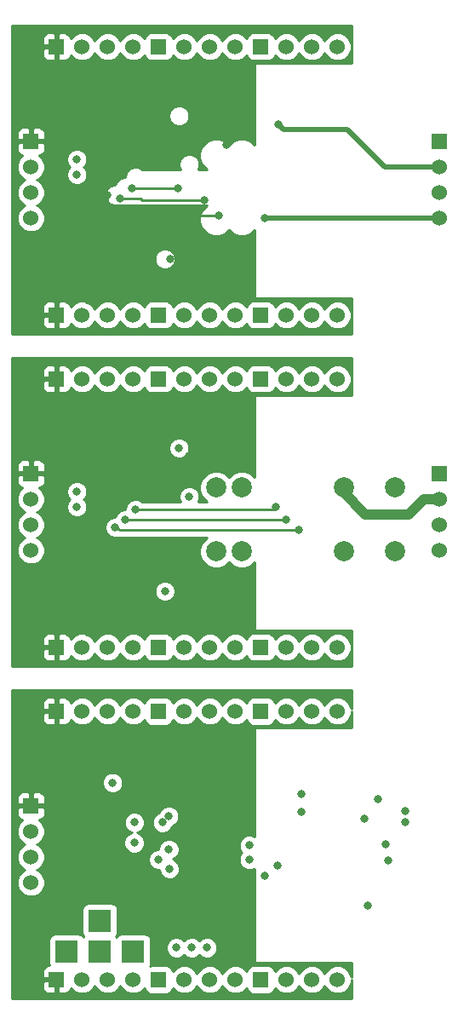
<source format=gbr>
G04 #@! TF.FileFunction,Copper,L2,Inr,Plane*
%FSLAX45Y45*%
G04 Gerber Fmt 4.5, Leading zero omitted, Abs format (unit mm)*
G04 Created by KiCad (PCBNEW (after 2015-may-25 BZR unknown)-product) date 15/07/2015 13:23:27*
%MOMM*%
G01*
G04 APERTURE LIST*
%ADD10C,0.150000*%
%ADD11R,1.524000X1.524000*%
%ADD12C,1.524000*%
%ADD13C,1.998980*%
%ADD14R,2.235200X2.235200*%
%ADD15C,0.800100*%
%ADD16C,0.254000*%
%ADD17C,1.000760*%
%ADD18C,0.508000*%
G04 APERTURE END LIST*
D10*
D11*
X22987000Y-5257800D03*
D12*
X22987000Y-5511800D03*
X22987000Y-5765800D03*
X22987000Y-6019800D03*
D11*
X21209000Y-4318000D03*
D12*
X21463000Y-4318000D03*
X21717000Y-4318000D03*
X21971000Y-4318000D03*
D11*
X20193000Y-4318000D03*
D12*
X20447000Y-4318000D03*
X20701000Y-4318000D03*
X20955000Y-4318000D03*
D11*
X19177000Y-4318000D03*
D12*
X19431000Y-4318000D03*
X19685000Y-4318000D03*
X19939000Y-4318000D03*
D11*
X21209000Y-6985000D03*
D12*
X21463000Y-6985000D03*
X21717000Y-6985000D03*
X21971000Y-6985000D03*
D11*
X20193000Y-6985000D03*
D12*
X20447000Y-6985000D03*
X20701000Y-6985000D03*
X20955000Y-6985000D03*
D11*
X19177000Y-6985000D03*
D12*
X19431000Y-6985000D03*
X19685000Y-6985000D03*
X19939000Y-6985000D03*
D11*
X18923000Y-5257800D03*
D12*
X18923000Y-5511800D03*
X18923000Y-5765800D03*
X18923000Y-6019800D03*
D11*
X22987000Y-8559800D03*
D12*
X22987000Y-8813800D03*
X22987000Y-9067800D03*
X22987000Y-9321800D03*
D11*
X21209000Y-7620000D03*
D12*
X21463000Y-7620000D03*
X21717000Y-7620000D03*
X21971000Y-7620000D03*
D11*
X20193000Y-7620000D03*
D12*
X20447000Y-7620000D03*
X20701000Y-7620000D03*
X20955000Y-7620000D03*
D11*
X19177000Y-7620000D03*
D12*
X19431000Y-7620000D03*
X19685000Y-7620000D03*
X19939000Y-7620000D03*
D11*
X21209000Y-10287000D03*
D12*
X21463000Y-10287000D03*
X21717000Y-10287000D03*
X21971000Y-10287000D03*
D11*
X20193000Y-10287000D03*
D12*
X20447000Y-10287000D03*
X20701000Y-10287000D03*
X20955000Y-10287000D03*
D11*
X19177000Y-10287000D03*
D12*
X19431000Y-10287000D03*
X19685000Y-10287000D03*
X19939000Y-10287000D03*
D11*
X18923000Y-8559800D03*
D12*
X18923000Y-8813800D03*
X18923000Y-9067800D03*
X18923000Y-9321800D03*
D13*
X20764500Y-8699500D03*
X21018500Y-8699500D03*
X22034500Y-8699500D03*
X22542500Y-8699500D03*
X20764500Y-9334500D03*
X21018500Y-9334500D03*
X22034500Y-9334500D03*
X22542500Y-9334500D03*
D11*
X21209000Y-10922000D03*
D12*
X21463000Y-10922000D03*
X21717000Y-10922000D03*
X21971000Y-10922000D03*
D11*
X20193000Y-10922000D03*
D12*
X20447000Y-10922000D03*
X20701000Y-10922000D03*
X20955000Y-10922000D03*
D11*
X19177000Y-10922000D03*
D12*
X19431000Y-10922000D03*
X19685000Y-10922000D03*
X19939000Y-10922000D03*
D11*
X21209000Y-13589000D03*
D12*
X21463000Y-13589000D03*
X21717000Y-13589000D03*
X21971000Y-13589000D03*
D11*
X20193000Y-13589000D03*
D12*
X20447000Y-13589000D03*
X20701000Y-13589000D03*
X20955000Y-13589000D03*
D11*
X19177000Y-13589000D03*
D12*
X19431000Y-13589000D03*
X19685000Y-13589000D03*
X19939000Y-13589000D03*
D11*
X18923000Y-11861800D03*
D12*
X18923000Y-12115800D03*
X18923000Y-12369800D03*
X18923000Y-12623800D03*
D14*
X19939000Y-13309600D03*
X19608800Y-13309600D03*
X19278600Y-13309600D03*
X19608800Y-13004800D03*
D15*
X21590000Y-9118600D03*
X19761200Y-9093200D03*
X19685000Y-5791200D03*
X20789900Y-5994400D03*
X19380200Y-8890000D03*
X19380200Y-5588000D03*
X19380200Y-8737600D03*
X19380200Y-5435600D03*
X21386800Y-5092700D03*
X20967700Y-4978400D03*
X20510500Y-6248400D03*
X21247100Y-6019800D03*
X20396200Y-8305800D03*
X20256500Y-5003800D03*
X20497800Y-8788400D03*
X20256500Y-5486400D03*
X19964400Y-8915400D03*
X21361400Y-8890000D03*
X19926300Y-5727700D03*
X20383500Y-5727700D03*
X19862800Y-9017000D03*
X21463000Y-9017000D03*
X20650200Y-5842000D03*
X19812000Y-5829300D03*
X20231100Y-12026900D03*
X20294600Y-11963400D03*
X19950950Y-12229350D03*
X22275800Y-12852400D03*
X21094700Y-12395200D03*
X21094700Y-12255500D03*
X19735800Y-11632000D03*
X20295350Y-12294350D03*
X20302050Y-12489350D03*
X22644100Y-12026900D03*
X22644100Y-11912600D03*
X22237700Y-11988800D03*
X22377400Y-11798300D03*
X19342100Y-7874000D03*
X19494500Y-7874000D03*
X20256500Y-9728200D03*
X19291300Y-4572000D03*
X20866100Y-5295900D03*
X20307300Y-6426200D03*
X20840700Y-6324600D03*
X19507200Y-4572000D03*
X19544100Y-4712900D03*
X20523200Y-12877800D03*
X19240500Y-8343900D03*
X20497800Y-9652000D03*
X20497800Y-8382000D03*
X20853400Y-5067300D03*
X20853400Y-6642100D03*
X19354800Y-5003800D03*
X22479000Y-12407900D03*
X21247100Y-12560300D03*
X22453600Y-12242800D03*
X21374100Y-12458700D03*
X20193000Y-12395200D03*
X19951700Y-12026900D03*
X20523200Y-13271500D03*
X20675600Y-13271500D03*
X20370800Y-13271500D03*
X21615400Y-11747500D03*
X21615400Y-11925300D03*
D16*
X19761200Y-9093200D02*
X19812000Y-9118600D01*
X19812000Y-9118600D02*
X19761200Y-9093200D01*
X21590000Y-9118600D02*
X19812000Y-9118600D01*
X19685000Y-5791200D02*
X19685000Y-5880100D01*
X19685000Y-5880100D02*
X19799300Y-5994400D01*
X19812000Y-5994400D02*
X19799300Y-5994400D01*
X20789900Y-5994400D02*
X19812000Y-5994400D01*
D17*
X22034500Y-8699500D02*
X22034500Y-8750300D01*
X22034500Y-8750300D02*
X22250400Y-8966200D01*
X22834600Y-8813800D02*
X22987000Y-8813800D01*
X22682200Y-8966200D02*
X22834600Y-8813800D01*
X22250400Y-8966200D02*
X22682200Y-8966200D01*
D18*
X21386800Y-5092700D02*
X21437600Y-5143500D01*
X21437600Y-5143500D02*
X22072600Y-5143500D01*
X22174200Y-5245100D02*
X22440900Y-5511800D01*
X22440900Y-5511800D02*
X22987000Y-5511800D01*
X22072600Y-5143500D02*
X22174200Y-5245100D01*
X21247100Y-6019800D02*
X21259800Y-6032500D01*
X21247100Y-6019800D02*
X22987000Y-6019800D01*
D16*
X21336000Y-8915400D02*
X19964400Y-8915400D01*
X21361400Y-8890000D02*
X21336000Y-8915400D01*
X19926300Y-5727700D02*
X20383500Y-5727700D01*
X21412200Y-9017000D02*
X21437600Y-9017000D01*
X19862800Y-9017000D02*
X21412200Y-9017000D01*
X21463000Y-9017000D02*
X21412200Y-9017000D01*
X20027900Y-5842000D02*
X20015200Y-5829300D01*
X20015200Y-5829300D02*
X19812000Y-5829300D01*
X20650200Y-5842000D02*
X20027900Y-5842000D01*
G36*
X22110700Y-7170674D02*
X22110446Y-7170674D01*
X22110446Y-7012686D01*
X22110446Y-6957314D01*
X22089110Y-6906006D01*
X22049994Y-6866890D01*
X21998686Y-6845554D01*
X21943314Y-6845554D01*
X21892006Y-6866890D01*
X21852890Y-6906006D01*
X21844000Y-6927342D01*
X21835110Y-6906006D01*
X21795994Y-6866890D01*
X21744686Y-6845554D01*
X21689314Y-6845554D01*
X21638006Y-6866890D01*
X21598890Y-6906006D01*
X21590000Y-6927342D01*
X21581110Y-6906006D01*
X21541994Y-6866890D01*
X21490686Y-6845554D01*
X21435314Y-6845554D01*
X21384006Y-6866890D01*
X21348446Y-6902450D01*
X21348446Y-6896354D01*
X21338794Y-6872986D01*
X21321014Y-6855206D01*
X21297900Y-6845554D01*
X21272754Y-6845554D01*
X21120354Y-6845554D01*
X21096986Y-6855206D01*
X21079206Y-6872986D01*
X21069554Y-6896100D01*
X21069554Y-6902450D01*
X21033994Y-6866890D01*
X20982686Y-6845554D01*
X20927314Y-6845554D01*
X20876006Y-6866890D01*
X20836890Y-6906006D01*
X20828000Y-6927342D01*
X20819110Y-6906006D01*
X20779994Y-6866890D01*
X20728686Y-6845554D01*
X20673314Y-6845554D01*
X20622006Y-6866890D01*
X20582890Y-6906006D01*
X20574000Y-6927342D01*
X20565110Y-6906006D01*
X20525994Y-6866890D01*
X20474686Y-6845554D01*
X20419314Y-6845554D01*
X20368006Y-6866890D01*
X20359624Y-6875272D01*
X20359624Y-6446774D01*
X20359624Y-6405880D01*
X20343876Y-6368034D01*
X20315174Y-6338824D01*
X20277074Y-6323076D01*
X20236180Y-6323076D01*
X20198334Y-6338824D01*
X20169124Y-6367526D01*
X20153376Y-6405626D01*
X20153376Y-6446520D01*
X20169124Y-6484366D01*
X20197826Y-6513576D01*
X20235926Y-6529324D01*
X20276820Y-6529324D01*
X20314666Y-6513576D01*
X20343876Y-6484874D01*
X20359624Y-6446774D01*
X20359624Y-6875272D01*
X20332446Y-6902450D01*
X20332446Y-6896354D01*
X20322794Y-6872986D01*
X20305014Y-6855206D01*
X20281900Y-6845554D01*
X20256754Y-6845554D01*
X20104354Y-6845554D01*
X20080986Y-6855206D01*
X20063206Y-6872986D01*
X20053554Y-6896100D01*
X20053554Y-6902450D01*
X20017994Y-6866890D01*
X19966686Y-6845554D01*
X19911314Y-6845554D01*
X19860006Y-6866890D01*
X19820890Y-6906006D01*
X19812000Y-6927342D01*
X19803110Y-6906006D01*
X19763994Y-6866890D01*
X19712686Y-6845554D01*
X19657314Y-6845554D01*
X19606006Y-6866890D01*
X19566890Y-6906006D01*
X19558000Y-6927342D01*
X19549110Y-6906006D01*
X19509994Y-6866890D01*
X19483324Y-6855714D01*
X19483324Y-5608574D01*
X19483324Y-5567680D01*
X19467576Y-5529834D01*
X19449796Y-5511546D01*
X19467576Y-5494274D01*
X19483324Y-5456174D01*
X19483324Y-5415280D01*
X19467576Y-5377434D01*
X19438874Y-5348224D01*
X19400774Y-5332476D01*
X19359880Y-5332476D01*
X19322034Y-5348224D01*
X19292824Y-5376926D01*
X19277076Y-5415026D01*
X19277076Y-5455920D01*
X19292824Y-5493766D01*
X19310350Y-5511800D01*
X19292824Y-5529326D01*
X19277076Y-5567426D01*
X19277076Y-5608320D01*
X19292824Y-5646166D01*
X19321526Y-5675376D01*
X19359626Y-5691124D01*
X19400520Y-5691124D01*
X19438366Y-5675376D01*
X19467576Y-5646674D01*
X19483324Y-5608574D01*
X19483324Y-6855714D01*
X19458686Y-6845554D01*
X19403314Y-6845554D01*
X19352006Y-6866890D01*
X19316446Y-6902450D01*
X19316446Y-6896100D01*
X19306794Y-6872986D01*
X19289014Y-6855206D01*
X19265646Y-6845554D01*
X19205448Y-6845300D01*
X19189700Y-6861048D01*
X19189700Y-6959600D01*
X19189700Y-6972300D01*
X19189700Y-6997700D01*
X19189700Y-7010400D01*
X19189700Y-7108952D01*
X19205448Y-7124700D01*
X19265646Y-7124446D01*
X19289014Y-7114794D01*
X19306794Y-7097014D01*
X19316446Y-7073900D01*
X19316446Y-7067550D01*
X19352006Y-7103110D01*
X19403314Y-7124446D01*
X19458686Y-7124446D01*
X19509994Y-7103110D01*
X19549110Y-7063994D01*
X19558000Y-7042404D01*
X19566890Y-7063994D01*
X19606006Y-7103110D01*
X19657314Y-7124446D01*
X19712686Y-7124446D01*
X19763994Y-7103110D01*
X19803110Y-7063994D01*
X19812000Y-7042404D01*
X19820890Y-7063994D01*
X19860006Y-7103110D01*
X19911314Y-7124446D01*
X19966686Y-7124446D01*
X20017994Y-7103110D01*
X20053554Y-7067550D01*
X20053554Y-7073646D01*
X20063206Y-7097014D01*
X20080986Y-7114794D01*
X20104100Y-7124446D01*
X20129246Y-7124446D01*
X20281646Y-7124446D01*
X20305014Y-7114794D01*
X20322794Y-7097014D01*
X20332446Y-7073900D01*
X20332446Y-7067550D01*
X20368006Y-7103110D01*
X20419314Y-7124446D01*
X20474686Y-7124446D01*
X20525994Y-7103110D01*
X20565110Y-7063994D01*
X20574000Y-7042404D01*
X20582890Y-7063994D01*
X20622006Y-7103110D01*
X20673314Y-7124446D01*
X20728686Y-7124446D01*
X20779994Y-7103110D01*
X20819110Y-7063994D01*
X20828000Y-7042404D01*
X20836890Y-7063994D01*
X20876006Y-7103110D01*
X20927314Y-7124446D01*
X20982686Y-7124446D01*
X21033994Y-7103110D01*
X21069554Y-7067550D01*
X21069554Y-7073646D01*
X21079206Y-7097014D01*
X21096986Y-7114794D01*
X21120100Y-7124446D01*
X21145246Y-7124446D01*
X21297646Y-7124446D01*
X21321014Y-7114794D01*
X21338794Y-7097014D01*
X21348446Y-7073900D01*
X21348446Y-7067550D01*
X21384006Y-7103110D01*
X21435314Y-7124446D01*
X21490686Y-7124446D01*
X21541994Y-7103110D01*
X21581110Y-7063994D01*
X21590000Y-7042404D01*
X21598890Y-7063994D01*
X21638006Y-7103110D01*
X21689314Y-7124446D01*
X21744686Y-7124446D01*
X21795994Y-7103110D01*
X21835110Y-7063994D01*
X21844000Y-7042404D01*
X21852890Y-7063994D01*
X21892006Y-7103110D01*
X21943314Y-7124446D01*
X21998686Y-7124446D01*
X22049994Y-7103110D01*
X22089110Y-7063994D01*
X22110446Y-7012686D01*
X22110446Y-7170674D01*
X19164300Y-7170674D01*
X19164300Y-7108952D01*
X19164300Y-6997700D01*
X19164300Y-6972300D01*
X19164300Y-6861048D01*
X19164300Y-4441952D01*
X19164300Y-4330700D01*
X19164300Y-4305300D01*
X19164300Y-4194048D01*
X19148552Y-4178300D01*
X19088354Y-4178554D01*
X19064986Y-4188206D01*
X19047206Y-4205986D01*
X19037554Y-4229100D01*
X19037554Y-4254246D01*
X19037300Y-4289552D01*
X19053048Y-4305300D01*
X19164300Y-4305300D01*
X19164300Y-4330700D01*
X19053048Y-4330700D01*
X19037300Y-4346448D01*
X19037554Y-4381754D01*
X19037554Y-4406900D01*
X19047206Y-4430014D01*
X19064986Y-4447794D01*
X19088354Y-4457446D01*
X19148552Y-4457700D01*
X19164300Y-4441952D01*
X19164300Y-6861048D01*
X19148552Y-6845300D01*
X19088354Y-6845554D01*
X19064986Y-6855206D01*
X19062700Y-6857492D01*
X19062700Y-5286248D01*
X19062700Y-5229352D01*
X19062446Y-5169154D01*
X19052794Y-5145786D01*
X19035014Y-5128006D01*
X19011900Y-5118354D01*
X18986754Y-5118354D01*
X18951448Y-5118100D01*
X18935700Y-5133848D01*
X18935700Y-5245100D01*
X19046952Y-5245100D01*
X19062700Y-5229352D01*
X19062700Y-5286248D01*
X19046952Y-5270500D01*
X18948400Y-5270500D01*
X18935700Y-5270500D01*
X18910300Y-5270500D01*
X18910300Y-5245100D01*
X18910300Y-5133848D01*
X18894552Y-5118100D01*
X18859246Y-5118354D01*
X18834100Y-5118354D01*
X18810986Y-5128006D01*
X18793206Y-5145786D01*
X18783554Y-5169154D01*
X18783300Y-5229352D01*
X18799048Y-5245100D01*
X18910300Y-5245100D01*
X18910300Y-5270500D01*
X18897600Y-5270500D01*
X18799048Y-5270500D01*
X18783300Y-5286248D01*
X18783554Y-5346446D01*
X18793206Y-5369814D01*
X18810986Y-5387594D01*
X18834100Y-5397246D01*
X18840450Y-5397246D01*
X18804890Y-5432806D01*
X18783554Y-5484114D01*
X18783554Y-5539486D01*
X18804890Y-5590794D01*
X18844006Y-5629910D01*
X18865342Y-5638800D01*
X18844006Y-5647690D01*
X18804890Y-5686806D01*
X18783554Y-5738114D01*
X18783554Y-5793486D01*
X18804890Y-5844794D01*
X18844006Y-5883910D01*
X18865342Y-5892800D01*
X18844006Y-5901690D01*
X18804890Y-5940806D01*
X18783554Y-5992114D01*
X18783554Y-6047486D01*
X18804890Y-6098794D01*
X18844006Y-6137910D01*
X18895314Y-6159246D01*
X18950686Y-6159246D01*
X19001994Y-6137910D01*
X19041110Y-6098794D01*
X19062446Y-6047486D01*
X19062446Y-5992114D01*
X19041110Y-5940806D01*
X19001994Y-5901690D01*
X18980404Y-5892800D01*
X19001994Y-5883910D01*
X19041110Y-5844794D01*
X19062446Y-5793486D01*
X19062446Y-5738114D01*
X19041110Y-5686806D01*
X19001994Y-5647690D01*
X18980404Y-5638800D01*
X19001994Y-5629910D01*
X19041110Y-5590794D01*
X19062446Y-5539486D01*
X19062446Y-5484114D01*
X19041110Y-5432806D01*
X19005550Y-5397246D01*
X19011900Y-5397246D01*
X19035014Y-5387594D01*
X19052794Y-5369814D01*
X19062446Y-5346446D01*
X19062700Y-5286248D01*
X19062700Y-6857492D01*
X19047206Y-6872986D01*
X19037554Y-6896100D01*
X19037554Y-6921246D01*
X19037300Y-6956552D01*
X19053048Y-6972300D01*
X19164300Y-6972300D01*
X19164300Y-6997700D01*
X19053048Y-6997700D01*
X19037300Y-7013448D01*
X19037554Y-7048754D01*
X19037554Y-7073900D01*
X19047206Y-7097014D01*
X19064986Y-7114794D01*
X19088354Y-7124446D01*
X19148552Y-7124700D01*
X19164300Y-7108952D01*
X19164300Y-7170674D01*
X18737326Y-7170674D01*
X18737326Y-4106926D01*
X19380200Y-4106926D01*
X22110700Y-4106926D01*
X22110700Y-4483100D01*
X22110446Y-4483100D01*
X22110446Y-4345686D01*
X22110446Y-4290314D01*
X22089110Y-4239006D01*
X22049994Y-4199890D01*
X21998686Y-4178554D01*
X21943314Y-4178554D01*
X21892006Y-4199890D01*
X21852890Y-4239006D01*
X21844000Y-4260342D01*
X21835110Y-4239006D01*
X21795994Y-4199890D01*
X21744686Y-4178554D01*
X21689314Y-4178554D01*
X21638006Y-4199890D01*
X21598890Y-4239006D01*
X21590000Y-4260342D01*
X21581110Y-4239006D01*
X21541994Y-4199890D01*
X21490686Y-4178554D01*
X21435314Y-4178554D01*
X21384006Y-4199890D01*
X21348446Y-4235450D01*
X21348446Y-4229354D01*
X21338794Y-4205986D01*
X21321014Y-4188206D01*
X21297900Y-4178554D01*
X21272754Y-4178554D01*
X21120354Y-4178554D01*
X21096986Y-4188206D01*
X21079206Y-4205986D01*
X21069554Y-4229100D01*
X21069554Y-4235450D01*
X21033994Y-4199890D01*
X20982686Y-4178554D01*
X20927314Y-4178554D01*
X20876006Y-4199890D01*
X20836890Y-4239006D01*
X20828000Y-4260342D01*
X20819110Y-4239006D01*
X20779994Y-4199890D01*
X20728686Y-4178554D01*
X20673314Y-4178554D01*
X20622006Y-4199890D01*
X20582890Y-4239006D01*
X20574000Y-4260342D01*
X20565110Y-4239006D01*
X20525994Y-4199890D01*
X20474686Y-4178554D01*
X20419314Y-4178554D01*
X20368006Y-4199890D01*
X20332446Y-4235450D01*
X20332446Y-4229354D01*
X20322794Y-4205986D01*
X20305014Y-4188206D01*
X20281900Y-4178554D01*
X20256754Y-4178554D01*
X20104354Y-4178554D01*
X20080986Y-4188206D01*
X20063206Y-4205986D01*
X20053554Y-4229100D01*
X20053554Y-4235450D01*
X20017994Y-4199890D01*
X19966686Y-4178554D01*
X19911314Y-4178554D01*
X19860006Y-4199890D01*
X19820890Y-4239006D01*
X19812000Y-4260342D01*
X19803110Y-4239006D01*
X19763994Y-4199890D01*
X19712686Y-4178554D01*
X19657314Y-4178554D01*
X19606006Y-4199890D01*
X19566890Y-4239006D01*
X19558000Y-4260342D01*
X19549110Y-4239006D01*
X19509994Y-4199890D01*
X19458686Y-4178554D01*
X19403314Y-4178554D01*
X19352006Y-4199890D01*
X19316446Y-4235450D01*
X19316446Y-4229100D01*
X19306794Y-4205986D01*
X19289014Y-4188206D01*
X19265646Y-4178554D01*
X19205448Y-4178300D01*
X19189700Y-4194048D01*
X19189700Y-4292600D01*
X19189700Y-4305300D01*
X19189700Y-4330700D01*
X19189700Y-4343400D01*
X19189700Y-4441952D01*
X19205448Y-4457700D01*
X19265646Y-4457446D01*
X19289014Y-4447794D01*
X19306794Y-4430014D01*
X19316446Y-4406900D01*
X19316446Y-4400550D01*
X19352006Y-4436110D01*
X19403314Y-4457446D01*
X19458686Y-4457446D01*
X19509994Y-4436110D01*
X19549110Y-4396994D01*
X19558000Y-4375404D01*
X19566890Y-4396994D01*
X19606006Y-4436110D01*
X19657314Y-4457446D01*
X19712686Y-4457446D01*
X19763994Y-4436110D01*
X19803110Y-4396994D01*
X19812000Y-4375404D01*
X19820890Y-4396994D01*
X19860006Y-4436110D01*
X19911314Y-4457446D01*
X19966686Y-4457446D01*
X20017994Y-4436110D01*
X20053554Y-4400550D01*
X20053554Y-4406646D01*
X20063206Y-4430014D01*
X20080986Y-4447794D01*
X20104100Y-4457446D01*
X20129246Y-4457446D01*
X20281646Y-4457446D01*
X20305014Y-4447794D01*
X20322794Y-4430014D01*
X20332446Y-4406900D01*
X20332446Y-4400550D01*
X20368006Y-4436110D01*
X20419314Y-4457446D01*
X20474686Y-4457446D01*
X20525994Y-4436110D01*
X20565110Y-4396994D01*
X20574000Y-4375404D01*
X20582890Y-4396994D01*
X20622006Y-4436110D01*
X20673314Y-4457446D01*
X20728686Y-4457446D01*
X20779994Y-4436110D01*
X20819110Y-4396994D01*
X20828000Y-4375404D01*
X20836890Y-4396994D01*
X20876006Y-4436110D01*
X20927314Y-4457446D01*
X20982686Y-4457446D01*
X21033994Y-4436110D01*
X21069554Y-4400550D01*
X21069554Y-4406646D01*
X21079206Y-4430014D01*
X21096986Y-4447794D01*
X21120100Y-4457446D01*
X21145246Y-4457446D01*
X21297646Y-4457446D01*
X21321014Y-4447794D01*
X21338794Y-4430014D01*
X21348446Y-4406900D01*
X21348446Y-4400550D01*
X21384006Y-4436110D01*
X21435314Y-4457446D01*
X21490686Y-4457446D01*
X21541994Y-4436110D01*
X21581110Y-4396994D01*
X21590000Y-4375404D01*
X21598890Y-4396994D01*
X21638006Y-4436110D01*
X21689314Y-4457446D01*
X21744686Y-4457446D01*
X21795994Y-4436110D01*
X21835110Y-4396994D01*
X21844000Y-4375404D01*
X21852890Y-4396994D01*
X21892006Y-4436110D01*
X21943314Y-4457446D01*
X21998686Y-4457446D01*
X22049994Y-4436110D01*
X22089110Y-4396994D01*
X22110446Y-4345686D01*
X22110446Y-4483100D01*
X21145500Y-4483100D01*
X21145500Y-5293614D01*
X21111210Y-5259324D01*
X21051266Y-5234178D01*
X20986242Y-5234178D01*
X20926298Y-5259070D01*
X20891246Y-5293614D01*
X20857210Y-5259324D01*
X20797266Y-5234178D01*
X20732242Y-5234178D01*
X20672298Y-5259070D01*
X20626324Y-5304790D01*
X20601178Y-5364734D01*
X20601178Y-5429758D01*
X20626070Y-5489702D01*
X20671790Y-5535676D01*
X20675346Y-5537200D01*
X20588224Y-5537200D01*
X20600924Y-5506974D01*
X20600924Y-5466080D01*
X20585176Y-5428234D01*
X20556474Y-5399024D01*
X20518374Y-5383276D01*
X20499324Y-5383276D01*
X20499324Y-5024374D01*
X20499324Y-4983480D01*
X20483576Y-4945634D01*
X20454874Y-4916424D01*
X20416774Y-4900676D01*
X20375880Y-4900676D01*
X20338034Y-4916424D01*
X20308824Y-4945126D01*
X20293076Y-4983226D01*
X20293076Y-5024120D01*
X20308824Y-5061966D01*
X20337526Y-5091176D01*
X20375626Y-5106924D01*
X20416520Y-5106924D01*
X20454366Y-5091176D01*
X20483576Y-5062474D01*
X20499324Y-5024374D01*
X20499324Y-5383276D01*
X20477480Y-5383276D01*
X20439634Y-5399024D01*
X20410424Y-5427726D01*
X20394676Y-5465826D01*
X20394676Y-5506720D01*
X20407122Y-5537200D01*
X20033996Y-5537200D01*
X20023074Y-5526024D01*
X19984974Y-5510276D01*
X19944080Y-5510276D01*
X19906234Y-5526024D01*
X19877024Y-5554726D01*
X19861276Y-5592826D01*
X19861276Y-5611876D01*
X19842480Y-5611876D01*
X19804634Y-5627624D01*
X19775424Y-5656326D01*
X19762216Y-5688076D01*
X19740880Y-5688076D01*
X19703034Y-5703824D01*
X19673824Y-5732526D01*
X19658076Y-5770626D01*
X19658076Y-5811520D01*
X19673824Y-5849366D01*
X19702526Y-5878576D01*
X19740626Y-5894324D01*
X19781520Y-5894324D01*
X19793712Y-5888990D01*
X19793966Y-5888990D01*
X19794728Y-5889244D01*
X19806412Y-5892546D01*
X19808952Y-5892038D01*
X19812000Y-5892800D01*
X20675346Y-5892800D01*
X20672298Y-5894070D01*
X20626324Y-5939790D01*
X20601178Y-5999734D01*
X20601178Y-6064758D01*
X20626070Y-6124702D01*
X20671790Y-6170676D01*
X20731734Y-6195822D01*
X20796758Y-6195822D01*
X20856702Y-6170930D01*
X20891500Y-6136132D01*
X20925790Y-6170676D01*
X20985734Y-6195822D01*
X21050758Y-6195822D01*
X21110702Y-6170930D01*
X21145500Y-6136132D01*
X21145500Y-6819900D01*
X22110700Y-6819900D01*
X22110700Y-7170674D01*
X22110700Y-7170674D01*
G37*
X22110700Y-7170674D02*
X22110446Y-7170674D01*
X22110446Y-7012686D01*
X22110446Y-6957314D01*
X22089110Y-6906006D01*
X22049994Y-6866890D01*
X21998686Y-6845554D01*
X21943314Y-6845554D01*
X21892006Y-6866890D01*
X21852890Y-6906006D01*
X21844000Y-6927342D01*
X21835110Y-6906006D01*
X21795994Y-6866890D01*
X21744686Y-6845554D01*
X21689314Y-6845554D01*
X21638006Y-6866890D01*
X21598890Y-6906006D01*
X21590000Y-6927342D01*
X21581110Y-6906006D01*
X21541994Y-6866890D01*
X21490686Y-6845554D01*
X21435314Y-6845554D01*
X21384006Y-6866890D01*
X21348446Y-6902450D01*
X21348446Y-6896354D01*
X21338794Y-6872986D01*
X21321014Y-6855206D01*
X21297900Y-6845554D01*
X21272754Y-6845554D01*
X21120354Y-6845554D01*
X21096986Y-6855206D01*
X21079206Y-6872986D01*
X21069554Y-6896100D01*
X21069554Y-6902450D01*
X21033994Y-6866890D01*
X20982686Y-6845554D01*
X20927314Y-6845554D01*
X20876006Y-6866890D01*
X20836890Y-6906006D01*
X20828000Y-6927342D01*
X20819110Y-6906006D01*
X20779994Y-6866890D01*
X20728686Y-6845554D01*
X20673314Y-6845554D01*
X20622006Y-6866890D01*
X20582890Y-6906006D01*
X20574000Y-6927342D01*
X20565110Y-6906006D01*
X20525994Y-6866890D01*
X20474686Y-6845554D01*
X20419314Y-6845554D01*
X20368006Y-6866890D01*
X20359624Y-6875272D01*
X20359624Y-6446774D01*
X20359624Y-6405880D01*
X20343876Y-6368034D01*
X20315174Y-6338824D01*
X20277074Y-6323076D01*
X20236180Y-6323076D01*
X20198334Y-6338824D01*
X20169124Y-6367526D01*
X20153376Y-6405626D01*
X20153376Y-6446520D01*
X20169124Y-6484366D01*
X20197826Y-6513576D01*
X20235926Y-6529324D01*
X20276820Y-6529324D01*
X20314666Y-6513576D01*
X20343876Y-6484874D01*
X20359624Y-6446774D01*
X20359624Y-6875272D01*
X20332446Y-6902450D01*
X20332446Y-6896354D01*
X20322794Y-6872986D01*
X20305014Y-6855206D01*
X20281900Y-6845554D01*
X20256754Y-6845554D01*
X20104354Y-6845554D01*
X20080986Y-6855206D01*
X20063206Y-6872986D01*
X20053554Y-6896100D01*
X20053554Y-6902450D01*
X20017994Y-6866890D01*
X19966686Y-6845554D01*
X19911314Y-6845554D01*
X19860006Y-6866890D01*
X19820890Y-6906006D01*
X19812000Y-6927342D01*
X19803110Y-6906006D01*
X19763994Y-6866890D01*
X19712686Y-6845554D01*
X19657314Y-6845554D01*
X19606006Y-6866890D01*
X19566890Y-6906006D01*
X19558000Y-6927342D01*
X19549110Y-6906006D01*
X19509994Y-6866890D01*
X19483324Y-6855714D01*
X19483324Y-5608574D01*
X19483324Y-5567680D01*
X19467576Y-5529834D01*
X19449796Y-5511546D01*
X19467576Y-5494274D01*
X19483324Y-5456174D01*
X19483324Y-5415280D01*
X19467576Y-5377434D01*
X19438874Y-5348224D01*
X19400774Y-5332476D01*
X19359880Y-5332476D01*
X19322034Y-5348224D01*
X19292824Y-5376926D01*
X19277076Y-5415026D01*
X19277076Y-5455920D01*
X19292824Y-5493766D01*
X19310350Y-5511800D01*
X19292824Y-5529326D01*
X19277076Y-5567426D01*
X19277076Y-5608320D01*
X19292824Y-5646166D01*
X19321526Y-5675376D01*
X19359626Y-5691124D01*
X19400520Y-5691124D01*
X19438366Y-5675376D01*
X19467576Y-5646674D01*
X19483324Y-5608574D01*
X19483324Y-6855714D01*
X19458686Y-6845554D01*
X19403314Y-6845554D01*
X19352006Y-6866890D01*
X19316446Y-6902450D01*
X19316446Y-6896100D01*
X19306794Y-6872986D01*
X19289014Y-6855206D01*
X19265646Y-6845554D01*
X19205448Y-6845300D01*
X19189700Y-6861048D01*
X19189700Y-6959600D01*
X19189700Y-6972300D01*
X19189700Y-6997700D01*
X19189700Y-7010400D01*
X19189700Y-7108952D01*
X19205448Y-7124700D01*
X19265646Y-7124446D01*
X19289014Y-7114794D01*
X19306794Y-7097014D01*
X19316446Y-7073900D01*
X19316446Y-7067550D01*
X19352006Y-7103110D01*
X19403314Y-7124446D01*
X19458686Y-7124446D01*
X19509994Y-7103110D01*
X19549110Y-7063994D01*
X19558000Y-7042404D01*
X19566890Y-7063994D01*
X19606006Y-7103110D01*
X19657314Y-7124446D01*
X19712686Y-7124446D01*
X19763994Y-7103110D01*
X19803110Y-7063994D01*
X19812000Y-7042404D01*
X19820890Y-7063994D01*
X19860006Y-7103110D01*
X19911314Y-7124446D01*
X19966686Y-7124446D01*
X20017994Y-7103110D01*
X20053554Y-7067550D01*
X20053554Y-7073646D01*
X20063206Y-7097014D01*
X20080986Y-7114794D01*
X20104100Y-7124446D01*
X20129246Y-7124446D01*
X20281646Y-7124446D01*
X20305014Y-7114794D01*
X20322794Y-7097014D01*
X20332446Y-7073900D01*
X20332446Y-7067550D01*
X20368006Y-7103110D01*
X20419314Y-7124446D01*
X20474686Y-7124446D01*
X20525994Y-7103110D01*
X20565110Y-7063994D01*
X20574000Y-7042404D01*
X20582890Y-7063994D01*
X20622006Y-7103110D01*
X20673314Y-7124446D01*
X20728686Y-7124446D01*
X20779994Y-7103110D01*
X20819110Y-7063994D01*
X20828000Y-7042404D01*
X20836890Y-7063994D01*
X20876006Y-7103110D01*
X20927314Y-7124446D01*
X20982686Y-7124446D01*
X21033994Y-7103110D01*
X21069554Y-7067550D01*
X21069554Y-7073646D01*
X21079206Y-7097014D01*
X21096986Y-7114794D01*
X21120100Y-7124446D01*
X21145246Y-7124446D01*
X21297646Y-7124446D01*
X21321014Y-7114794D01*
X21338794Y-7097014D01*
X21348446Y-7073900D01*
X21348446Y-7067550D01*
X21384006Y-7103110D01*
X21435314Y-7124446D01*
X21490686Y-7124446D01*
X21541994Y-7103110D01*
X21581110Y-7063994D01*
X21590000Y-7042404D01*
X21598890Y-7063994D01*
X21638006Y-7103110D01*
X21689314Y-7124446D01*
X21744686Y-7124446D01*
X21795994Y-7103110D01*
X21835110Y-7063994D01*
X21844000Y-7042404D01*
X21852890Y-7063994D01*
X21892006Y-7103110D01*
X21943314Y-7124446D01*
X21998686Y-7124446D01*
X22049994Y-7103110D01*
X22089110Y-7063994D01*
X22110446Y-7012686D01*
X22110446Y-7170674D01*
X19164300Y-7170674D01*
X19164300Y-7108952D01*
X19164300Y-6997700D01*
X19164300Y-6972300D01*
X19164300Y-6861048D01*
X19164300Y-4441952D01*
X19164300Y-4330700D01*
X19164300Y-4305300D01*
X19164300Y-4194048D01*
X19148552Y-4178300D01*
X19088354Y-4178554D01*
X19064986Y-4188206D01*
X19047206Y-4205986D01*
X19037554Y-4229100D01*
X19037554Y-4254246D01*
X19037300Y-4289552D01*
X19053048Y-4305300D01*
X19164300Y-4305300D01*
X19164300Y-4330700D01*
X19053048Y-4330700D01*
X19037300Y-4346448D01*
X19037554Y-4381754D01*
X19037554Y-4406900D01*
X19047206Y-4430014D01*
X19064986Y-4447794D01*
X19088354Y-4457446D01*
X19148552Y-4457700D01*
X19164300Y-4441952D01*
X19164300Y-6861048D01*
X19148552Y-6845300D01*
X19088354Y-6845554D01*
X19064986Y-6855206D01*
X19062700Y-6857492D01*
X19062700Y-5286248D01*
X19062700Y-5229352D01*
X19062446Y-5169154D01*
X19052794Y-5145786D01*
X19035014Y-5128006D01*
X19011900Y-5118354D01*
X18986754Y-5118354D01*
X18951448Y-5118100D01*
X18935700Y-5133848D01*
X18935700Y-5245100D01*
X19046952Y-5245100D01*
X19062700Y-5229352D01*
X19062700Y-5286248D01*
X19046952Y-5270500D01*
X18948400Y-5270500D01*
X18935700Y-5270500D01*
X18910300Y-5270500D01*
X18910300Y-5245100D01*
X18910300Y-5133848D01*
X18894552Y-5118100D01*
X18859246Y-5118354D01*
X18834100Y-5118354D01*
X18810986Y-5128006D01*
X18793206Y-5145786D01*
X18783554Y-5169154D01*
X18783300Y-5229352D01*
X18799048Y-5245100D01*
X18910300Y-5245100D01*
X18910300Y-5270500D01*
X18897600Y-5270500D01*
X18799048Y-5270500D01*
X18783300Y-5286248D01*
X18783554Y-5346446D01*
X18793206Y-5369814D01*
X18810986Y-5387594D01*
X18834100Y-5397246D01*
X18840450Y-5397246D01*
X18804890Y-5432806D01*
X18783554Y-5484114D01*
X18783554Y-5539486D01*
X18804890Y-5590794D01*
X18844006Y-5629910D01*
X18865342Y-5638800D01*
X18844006Y-5647690D01*
X18804890Y-5686806D01*
X18783554Y-5738114D01*
X18783554Y-5793486D01*
X18804890Y-5844794D01*
X18844006Y-5883910D01*
X18865342Y-5892800D01*
X18844006Y-5901690D01*
X18804890Y-5940806D01*
X18783554Y-5992114D01*
X18783554Y-6047486D01*
X18804890Y-6098794D01*
X18844006Y-6137910D01*
X18895314Y-6159246D01*
X18950686Y-6159246D01*
X19001994Y-6137910D01*
X19041110Y-6098794D01*
X19062446Y-6047486D01*
X19062446Y-5992114D01*
X19041110Y-5940806D01*
X19001994Y-5901690D01*
X18980404Y-5892800D01*
X19001994Y-5883910D01*
X19041110Y-5844794D01*
X19062446Y-5793486D01*
X19062446Y-5738114D01*
X19041110Y-5686806D01*
X19001994Y-5647690D01*
X18980404Y-5638800D01*
X19001994Y-5629910D01*
X19041110Y-5590794D01*
X19062446Y-5539486D01*
X19062446Y-5484114D01*
X19041110Y-5432806D01*
X19005550Y-5397246D01*
X19011900Y-5397246D01*
X19035014Y-5387594D01*
X19052794Y-5369814D01*
X19062446Y-5346446D01*
X19062700Y-5286248D01*
X19062700Y-6857492D01*
X19047206Y-6872986D01*
X19037554Y-6896100D01*
X19037554Y-6921246D01*
X19037300Y-6956552D01*
X19053048Y-6972300D01*
X19164300Y-6972300D01*
X19164300Y-6997700D01*
X19053048Y-6997700D01*
X19037300Y-7013448D01*
X19037554Y-7048754D01*
X19037554Y-7073900D01*
X19047206Y-7097014D01*
X19064986Y-7114794D01*
X19088354Y-7124446D01*
X19148552Y-7124700D01*
X19164300Y-7108952D01*
X19164300Y-7170674D01*
X18737326Y-7170674D01*
X18737326Y-4106926D01*
X19380200Y-4106926D01*
X22110700Y-4106926D01*
X22110700Y-4483100D01*
X22110446Y-4483100D01*
X22110446Y-4345686D01*
X22110446Y-4290314D01*
X22089110Y-4239006D01*
X22049994Y-4199890D01*
X21998686Y-4178554D01*
X21943314Y-4178554D01*
X21892006Y-4199890D01*
X21852890Y-4239006D01*
X21844000Y-4260342D01*
X21835110Y-4239006D01*
X21795994Y-4199890D01*
X21744686Y-4178554D01*
X21689314Y-4178554D01*
X21638006Y-4199890D01*
X21598890Y-4239006D01*
X21590000Y-4260342D01*
X21581110Y-4239006D01*
X21541994Y-4199890D01*
X21490686Y-4178554D01*
X21435314Y-4178554D01*
X21384006Y-4199890D01*
X21348446Y-4235450D01*
X21348446Y-4229354D01*
X21338794Y-4205986D01*
X21321014Y-4188206D01*
X21297900Y-4178554D01*
X21272754Y-4178554D01*
X21120354Y-4178554D01*
X21096986Y-4188206D01*
X21079206Y-4205986D01*
X21069554Y-4229100D01*
X21069554Y-4235450D01*
X21033994Y-4199890D01*
X20982686Y-4178554D01*
X20927314Y-4178554D01*
X20876006Y-4199890D01*
X20836890Y-4239006D01*
X20828000Y-4260342D01*
X20819110Y-4239006D01*
X20779994Y-4199890D01*
X20728686Y-4178554D01*
X20673314Y-4178554D01*
X20622006Y-4199890D01*
X20582890Y-4239006D01*
X20574000Y-4260342D01*
X20565110Y-4239006D01*
X20525994Y-4199890D01*
X20474686Y-4178554D01*
X20419314Y-4178554D01*
X20368006Y-4199890D01*
X20332446Y-4235450D01*
X20332446Y-4229354D01*
X20322794Y-4205986D01*
X20305014Y-4188206D01*
X20281900Y-4178554D01*
X20256754Y-4178554D01*
X20104354Y-4178554D01*
X20080986Y-4188206D01*
X20063206Y-4205986D01*
X20053554Y-4229100D01*
X20053554Y-4235450D01*
X20017994Y-4199890D01*
X19966686Y-4178554D01*
X19911314Y-4178554D01*
X19860006Y-4199890D01*
X19820890Y-4239006D01*
X19812000Y-4260342D01*
X19803110Y-4239006D01*
X19763994Y-4199890D01*
X19712686Y-4178554D01*
X19657314Y-4178554D01*
X19606006Y-4199890D01*
X19566890Y-4239006D01*
X19558000Y-4260342D01*
X19549110Y-4239006D01*
X19509994Y-4199890D01*
X19458686Y-4178554D01*
X19403314Y-4178554D01*
X19352006Y-4199890D01*
X19316446Y-4235450D01*
X19316446Y-4229100D01*
X19306794Y-4205986D01*
X19289014Y-4188206D01*
X19265646Y-4178554D01*
X19205448Y-4178300D01*
X19189700Y-4194048D01*
X19189700Y-4292600D01*
X19189700Y-4305300D01*
X19189700Y-4330700D01*
X19189700Y-4343400D01*
X19189700Y-4441952D01*
X19205448Y-4457700D01*
X19265646Y-4457446D01*
X19289014Y-4447794D01*
X19306794Y-4430014D01*
X19316446Y-4406900D01*
X19316446Y-4400550D01*
X19352006Y-4436110D01*
X19403314Y-4457446D01*
X19458686Y-4457446D01*
X19509994Y-4436110D01*
X19549110Y-4396994D01*
X19558000Y-4375404D01*
X19566890Y-4396994D01*
X19606006Y-4436110D01*
X19657314Y-4457446D01*
X19712686Y-4457446D01*
X19763994Y-4436110D01*
X19803110Y-4396994D01*
X19812000Y-4375404D01*
X19820890Y-4396994D01*
X19860006Y-4436110D01*
X19911314Y-4457446D01*
X19966686Y-4457446D01*
X20017994Y-4436110D01*
X20053554Y-4400550D01*
X20053554Y-4406646D01*
X20063206Y-4430014D01*
X20080986Y-4447794D01*
X20104100Y-4457446D01*
X20129246Y-4457446D01*
X20281646Y-4457446D01*
X20305014Y-4447794D01*
X20322794Y-4430014D01*
X20332446Y-4406900D01*
X20332446Y-4400550D01*
X20368006Y-4436110D01*
X20419314Y-4457446D01*
X20474686Y-4457446D01*
X20525994Y-4436110D01*
X20565110Y-4396994D01*
X20574000Y-4375404D01*
X20582890Y-4396994D01*
X20622006Y-4436110D01*
X20673314Y-4457446D01*
X20728686Y-4457446D01*
X20779994Y-4436110D01*
X20819110Y-4396994D01*
X20828000Y-4375404D01*
X20836890Y-4396994D01*
X20876006Y-4436110D01*
X20927314Y-4457446D01*
X20982686Y-4457446D01*
X21033994Y-4436110D01*
X21069554Y-4400550D01*
X21069554Y-4406646D01*
X21079206Y-4430014D01*
X21096986Y-4447794D01*
X21120100Y-4457446D01*
X21145246Y-4457446D01*
X21297646Y-4457446D01*
X21321014Y-4447794D01*
X21338794Y-4430014D01*
X21348446Y-4406900D01*
X21348446Y-4400550D01*
X21384006Y-4436110D01*
X21435314Y-4457446D01*
X21490686Y-4457446D01*
X21541994Y-4436110D01*
X21581110Y-4396994D01*
X21590000Y-4375404D01*
X21598890Y-4396994D01*
X21638006Y-4436110D01*
X21689314Y-4457446D01*
X21744686Y-4457446D01*
X21795994Y-4436110D01*
X21835110Y-4396994D01*
X21844000Y-4375404D01*
X21852890Y-4396994D01*
X21892006Y-4436110D01*
X21943314Y-4457446D01*
X21998686Y-4457446D01*
X22049994Y-4436110D01*
X22089110Y-4396994D01*
X22110446Y-4345686D01*
X22110446Y-4483100D01*
X21145500Y-4483100D01*
X21145500Y-5293614D01*
X21111210Y-5259324D01*
X21051266Y-5234178D01*
X20986242Y-5234178D01*
X20926298Y-5259070D01*
X20891246Y-5293614D01*
X20857210Y-5259324D01*
X20797266Y-5234178D01*
X20732242Y-5234178D01*
X20672298Y-5259070D01*
X20626324Y-5304790D01*
X20601178Y-5364734D01*
X20601178Y-5429758D01*
X20626070Y-5489702D01*
X20671790Y-5535676D01*
X20675346Y-5537200D01*
X20588224Y-5537200D01*
X20600924Y-5506974D01*
X20600924Y-5466080D01*
X20585176Y-5428234D01*
X20556474Y-5399024D01*
X20518374Y-5383276D01*
X20499324Y-5383276D01*
X20499324Y-5024374D01*
X20499324Y-4983480D01*
X20483576Y-4945634D01*
X20454874Y-4916424D01*
X20416774Y-4900676D01*
X20375880Y-4900676D01*
X20338034Y-4916424D01*
X20308824Y-4945126D01*
X20293076Y-4983226D01*
X20293076Y-5024120D01*
X20308824Y-5061966D01*
X20337526Y-5091176D01*
X20375626Y-5106924D01*
X20416520Y-5106924D01*
X20454366Y-5091176D01*
X20483576Y-5062474D01*
X20499324Y-5024374D01*
X20499324Y-5383276D01*
X20477480Y-5383276D01*
X20439634Y-5399024D01*
X20410424Y-5427726D01*
X20394676Y-5465826D01*
X20394676Y-5506720D01*
X20407122Y-5537200D01*
X20033996Y-5537200D01*
X20023074Y-5526024D01*
X19984974Y-5510276D01*
X19944080Y-5510276D01*
X19906234Y-5526024D01*
X19877024Y-5554726D01*
X19861276Y-5592826D01*
X19861276Y-5611876D01*
X19842480Y-5611876D01*
X19804634Y-5627624D01*
X19775424Y-5656326D01*
X19762216Y-5688076D01*
X19740880Y-5688076D01*
X19703034Y-5703824D01*
X19673824Y-5732526D01*
X19658076Y-5770626D01*
X19658076Y-5811520D01*
X19673824Y-5849366D01*
X19702526Y-5878576D01*
X19740626Y-5894324D01*
X19781520Y-5894324D01*
X19793712Y-5888990D01*
X19793966Y-5888990D01*
X19794728Y-5889244D01*
X19806412Y-5892546D01*
X19808952Y-5892038D01*
X19812000Y-5892800D01*
X20675346Y-5892800D01*
X20672298Y-5894070D01*
X20626324Y-5939790D01*
X20601178Y-5999734D01*
X20601178Y-6064758D01*
X20626070Y-6124702D01*
X20671790Y-6170676D01*
X20731734Y-6195822D01*
X20796758Y-6195822D01*
X20856702Y-6170930D01*
X20891500Y-6136132D01*
X20925790Y-6170676D01*
X20985734Y-6195822D01*
X21050758Y-6195822D01*
X21110702Y-6170930D01*
X21145500Y-6136132D01*
X21145500Y-6819900D01*
X22110700Y-6819900D01*
X22110700Y-7170674D01*
G36*
X22110700Y-10472674D02*
X22110446Y-10472674D01*
X22110446Y-10314686D01*
X22110446Y-10259314D01*
X22089110Y-10208006D01*
X22049994Y-10168890D01*
X21998686Y-10147554D01*
X21943314Y-10147554D01*
X21892006Y-10168890D01*
X21852890Y-10208006D01*
X21844000Y-10229342D01*
X21835110Y-10208006D01*
X21795994Y-10168890D01*
X21744686Y-10147554D01*
X21689314Y-10147554D01*
X21638006Y-10168890D01*
X21598890Y-10208006D01*
X21590000Y-10229342D01*
X21581110Y-10208006D01*
X21541994Y-10168890D01*
X21490686Y-10147554D01*
X21435314Y-10147554D01*
X21384006Y-10168890D01*
X21348446Y-10204450D01*
X21348446Y-10198354D01*
X21338794Y-10174986D01*
X21321014Y-10157206D01*
X21297900Y-10147554D01*
X21272754Y-10147554D01*
X21120354Y-10147554D01*
X21096986Y-10157206D01*
X21079206Y-10174986D01*
X21069554Y-10198100D01*
X21069554Y-10204450D01*
X21033994Y-10168890D01*
X20982686Y-10147554D01*
X20927314Y-10147554D01*
X20876006Y-10168890D01*
X20836890Y-10208006D01*
X20828000Y-10229342D01*
X20819110Y-10208006D01*
X20779994Y-10168890D01*
X20728686Y-10147554D01*
X20673314Y-10147554D01*
X20622006Y-10168890D01*
X20582890Y-10208006D01*
X20574000Y-10229342D01*
X20565110Y-10208006D01*
X20525994Y-10168890D01*
X20474686Y-10147554D01*
X20419314Y-10147554D01*
X20368006Y-10168890D01*
X20359624Y-10177272D01*
X20359624Y-9748774D01*
X20359624Y-9707880D01*
X20343876Y-9670034D01*
X20315174Y-9640824D01*
X20277074Y-9625076D01*
X20236180Y-9625076D01*
X20198334Y-9640824D01*
X20169124Y-9669526D01*
X20153376Y-9707626D01*
X20153376Y-9748520D01*
X20169124Y-9786366D01*
X20197826Y-9815576D01*
X20235926Y-9831324D01*
X20276820Y-9831324D01*
X20314666Y-9815576D01*
X20343876Y-9786874D01*
X20359624Y-9748774D01*
X20359624Y-10177272D01*
X20332446Y-10204450D01*
X20332446Y-10198354D01*
X20322794Y-10174986D01*
X20305014Y-10157206D01*
X20281900Y-10147554D01*
X20256754Y-10147554D01*
X20104354Y-10147554D01*
X20080986Y-10157206D01*
X20063206Y-10174986D01*
X20053554Y-10198100D01*
X20053554Y-10204450D01*
X20017994Y-10168890D01*
X19966686Y-10147554D01*
X19911314Y-10147554D01*
X19860006Y-10168890D01*
X19820890Y-10208006D01*
X19812000Y-10229342D01*
X19803110Y-10208006D01*
X19763994Y-10168890D01*
X19712686Y-10147554D01*
X19657314Y-10147554D01*
X19606006Y-10168890D01*
X19566890Y-10208006D01*
X19558000Y-10229342D01*
X19549110Y-10208006D01*
X19509994Y-10168890D01*
X19483324Y-10157714D01*
X19483324Y-8910574D01*
X19483324Y-8869680D01*
X19467576Y-8831834D01*
X19449796Y-8813546D01*
X19467576Y-8796274D01*
X19483324Y-8758174D01*
X19483324Y-8717280D01*
X19467576Y-8679434D01*
X19438874Y-8650224D01*
X19400774Y-8634476D01*
X19359880Y-8634476D01*
X19322034Y-8650224D01*
X19292824Y-8678926D01*
X19277076Y-8717026D01*
X19277076Y-8757920D01*
X19292824Y-8795766D01*
X19310350Y-8813800D01*
X19292824Y-8831326D01*
X19277076Y-8869426D01*
X19277076Y-8910320D01*
X19292824Y-8948166D01*
X19321526Y-8977376D01*
X19359626Y-8993124D01*
X19400520Y-8993124D01*
X19438366Y-8977376D01*
X19467576Y-8948674D01*
X19483324Y-8910574D01*
X19483324Y-10157714D01*
X19458686Y-10147554D01*
X19403314Y-10147554D01*
X19352006Y-10168890D01*
X19316446Y-10204450D01*
X19316446Y-10198100D01*
X19306794Y-10174986D01*
X19289014Y-10157206D01*
X19265646Y-10147554D01*
X19205448Y-10147300D01*
X19189700Y-10163048D01*
X19189700Y-10261600D01*
X19189700Y-10274300D01*
X19189700Y-10299700D01*
X19189700Y-10312400D01*
X19189700Y-10410952D01*
X19205448Y-10426700D01*
X19265646Y-10426446D01*
X19289014Y-10416794D01*
X19306794Y-10399014D01*
X19316446Y-10375900D01*
X19316446Y-10369550D01*
X19352006Y-10405110D01*
X19403314Y-10426446D01*
X19458686Y-10426446D01*
X19509994Y-10405110D01*
X19549110Y-10365994D01*
X19558000Y-10344404D01*
X19566890Y-10365994D01*
X19606006Y-10405110D01*
X19657314Y-10426446D01*
X19712686Y-10426446D01*
X19763994Y-10405110D01*
X19803110Y-10365994D01*
X19812000Y-10344404D01*
X19820890Y-10365994D01*
X19860006Y-10405110D01*
X19911314Y-10426446D01*
X19966686Y-10426446D01*
X20017994Y-10405110D01*
X20053554Y-10369550D01*
X20053554Y-10375646D01*
X20063206Y-10399014D01*
X20080986Y-10416794D01*
X20104100Y-10426446D01*
X20129246Y-10426446D01*
X20281646Y-10426446D01*
X20305014Y-10416794D01*
X20322794Y-10399014D01*
X20332446Y-10375900D01*
X20332446Y-10369550D01*
X20368006Y-10405110D01*
X20419314Y-10426446D01*
X20474686Y-10426446D01*
X20525994Y-10405110D01*
X20565110Y-10365994D01*
X20574000Y-10344404D01*
X20582890Y-10365994D01*
X20622006Y-10405110D01*
X20673314Y-10426446D01*
X20728686Y-10426446D01*
X20779994Y-10405110D01*
X20819110Y-10365994D01*
X20828000Y-10344404D01*
X20836890Y-10365994D01*
X20876006Y-10405110D01*
X20927314Y-10426446D01*
X20982686Y-10426446D01*
X21033994Y-10405110D01*
X21069554Y-10369550D01*
X21069554Y-10375646D01*
X21079206Y-10399014D01*
X21096986Y-10416794D01*
X21120100Y-10426446D01*
X21145246Y-10426446D01*
X21297646Y-10426446D01*
X21321014Y-10416794D01*
X21338794Y-10399014D01*
X21348446Y-10375900D01*
X21348446Y-10369550D01*
X21384006Y-10405110D01*
X21435314Y-10426446D01*
X21490686Y-10426446D01*
X21541994Y-10405110D01*
X21581110Y-10365994D01*
X21590000Y-10344404D01*
X21598890Y-10365994D01*
X21638006Y-10405110D01*
X21689314Y-10426446D01*
X21744686Y-10426446D01*
X21795994Y-10405110D01*
X21835110Y-10365994D01*
X21844000Y-10344404D01*
X21852890Y-10365994D01*
X21892006Y-10405110D01*
X21943314Y-10426446D01*
X21998686Y-10426446D01*
X22049994Y-10405110D01*
X22089110Y-10365994D01*
X22110446Y-10314686D01*
X22110446Y-10472674D01*
X19164300Y-10472674D01*
X19164300Y-10410952D01*
X19164300Y-10299700D01*
X19164300Y-10274300D01*
X19164300Y-10163048D01*
X19164300Y-7743952D01*
X19164300Y-7632700D01*
X19164300Y-7607300D01*
X19164300Y-7496048D01*
X19148552Y-7480300D01*
X19088354Y-7480554D01*
X19064986Y-7490206D01*
X19047206Y-7507986D01*
X19037554Y-7531100D01*
X19037554Y-7556246D01*
X19037300Y-7591552D01*
X19053048Y-7607300D01*
X19164300Y-7607300D01*
X19164300Y-7632700D01*
X19053048Y-7632700D01*
X19037300Y-7648448D01*
X19037554Y-7683754D01*
X19037554Y-7708900D01*
X19047206Y-7732014D01*
X19064986Y-7749794D01*
X19088354Y-7759446D01*
X19148552Y-7759700D01*
X19164300Y-7743952D01*
X19164300Y-10163048D01*
X19148552Y-10147300D01*
X19088354Y-10147554D01*
X19064986Y-10157206D01*
X19062700Y-10159492D01*
X19062700Y-8588248D01*
X19062700Y-8531352D01*
X19062446Y-8471154D01*
X19052794Y-8447786D01*
X19035014Y-8430006D01*
X19011900Y-8420354D01*
X18986754Y-8420354D01*
X18951448Y-8420100D01*
X18935700Y-8435848D01*
X18935700Y-8547100D01*
X19046952Y-8547100D01*
X19062700Y-8531352D01*
X19062700Y-8588248D01*
X19046952Y-8572500D01*
X18948400Y-8572500D01*
X18935700Y-8572500D01*
X18910300Y-8572500D01*
X18910300Y-8547100D01*
X18910300Y-8435848D01*
X18894552Y-8420100D01*
X18859246Y-8420354D01*
X18834100Y-8420354D01*
X18810986Y-8430006D01*
X18793206Y-8447786D01*
X18783554Y-8471154D01*
X18783300Y-8531352D01*
X18799048Y-8547100D01*
X18910300Y-8547100D01*
X18910300Y-8572500D01*
X18897600Y-8572500D01*
X18799048Y-8572500D01*
X18783300Y-8588248D01*
X18783554Y-8648446D01*
X18793206Y-8671814D01*
X18810986Y-8689594D01*
X18834100Y-8699246D01*
X18840450Y-8699246D01*
X18804890Y-8734806D01*
X18783554Y-8786114D01*
X18783554Y-8841486D01*
X18804890Y-8892794D01*
X18844006Y-8931910D01*
X18865342Y-8940800D01*
X18844006Y-8949690D01*
X18804890Y-8988806D01*
X18783554Y-9040114D01*
X18783554Y-9095486D01*
X18804890Y-9146794D01*
X18844006Y-9185910D01*
X18865342Y-9194800D01*
X18844006Y-9203690D01*
X18804890Y-9242806D01*
X18783554Y-9294114D01*
X18783554Y-9349486D01*
X18804890Y-9400794D01*
X18844006Y-9439910D01*
X18895314Y-9461246D01*
X18950686Y-9461246D01*
X19001994Y-9439910D01*
X19041110Y-9400794D01*
X19062446Y-9349486D01*
X19062446Y-9294114D01*
X19041110Y-9242806D01*
X19001994Y-9203690D01*
X18980404Y-9194800D01*
X19001994Y-9185910D01*
X19041110Y-9146794D01*
X19062446Y-9095486D01*
X19062446Y-9040114D01*
X19041110Y-8988806D01*
X19001994Y-8949690D01*
X18980404Y-8940800D01*
X19001994Y-8931910D01*
X19041110Y-8892794D01*
X19062446Y-8841486D01*
X19062446Y-8786114D01*
X19041110Y-8734806D01*
X19005550Y-8699246D01*
X19011900Y-8699246D01*
X19035014Y-8689594D01*
X19052794Y-8671814D01*
X19062446Y-8648446D01*
X19062700Y-8588248D01*
X19062700Y-10159492D01*
X19047206Y-10174986D01*
X19037554Y-10198100D01*
X19037554Y-10223246D01*
X19037300Y-10258552D01*
X19053048Y-10274300D01*
X19164300Y-10274300D01*
X19164300Y-10299700D01*
X19053048Y-10299700D01*
X19037300Y-10315448D01*
X19037554Y-10350754D01*
X19037554Y-10375900D01*
X19047206Y-10399014D01*
X19064986Y-10416794D01*
X19088354Y-10426446D01*
X19148552Y-10426700D01*
X19164300Y-10410952D01*
X19164300Y-10472674D01*
X18737326Y-10472674D01*
X18737326Y-7408926D01*
X19380200Y-7408926D01*
X22110700Y-7408926D01*
X22110700Y-7785100D01*
X22110446Y-7785100D01*
X22110446Y-7647686D01*
X22110446Y-7592314D01*
X22089110Y-7541006D01*
X22049994Y-7501890D01*
X21998686Y-7480554D01*
X21943314Y-7480554D01*
X21892006Y-7501890D01*
X21852890Y-7541006D01*
X21844000Y-7562342D01*
X21835110Y-7541006D01*
X21795994Y-7501890D01*
X21744686Y-7480554D01*
X21689314Y-7480554D01*
X21638006Y-7501890D01*
X21598890Y-7541006D01*
X21590000Y-7562342D01*
X21581110Y-7541006D01*
X21541994Y-7501890D01*
X21490686Y-7480554D01*
X21435314Y-7480554D01*
X21384006Y-7501890D01*
X21348446Y-7537450D01*
X21348446Y-7531354D01*
X21338794Y-7507986D01*
X21321014Y-7490206D01*
X21297900Y-7480554D01*
X21272754Y-7480554D01*
X21120354Y-7480554D01*
X21096986Y-7490206D01*
X21079206Y-7507986D01*
X21069554Y-7531100D01*
X21069554Y-7537450D01*
X21033994Y-7501890D01*
X20982686Y-7480554D01*
X20927314Y-7480554D01*
X20876006Y-7501890D01*
X20836890Y-7541006D01*
X20828000Y-7562342D01*
X20819110Y-7541006D01*
X20779994Y-7501890D01*
X20728686Y-7480554D01*
X20673314Y-7480554D01*
X20622006Y-7501890D01*
X20582890Y-7541006D01*
X20574000Y-7562342D01*
X20565110Y-7541006D01*
X20525994Y-7501890D01*
X20474686Y-7480554D01*
X20419314Y-7480554D01*
X20368006Y-7501890D01*
X20332446Y-7537450D01*
X20332446Y-7531354D01*
X20322794Y-7507986D01*
X20305014Y-7490206D01*
X20281900Y-7480554D01*
X20256754Y-7480554D01*
X20104354Y-7480554D01*
X20080986Y-7490206D01*
X20063206Y-7507986D01*
X20053554Y-7531100D01*
X20053554Y-7537450D01*
X20017994Y-7501890D01*
X19966686Y-7480554D01*
X19911314Y-7480554D01*
X19860006Y-7501890D01*
X19820890Y-7541006D01*
X19812000Y-7562342D01*
X19803110Y-7541006D01*
X19763994Y-7501890D01*
X19712686Y-7480554D01*
X19657314Y-7480554D01*
X19606006Y-7501890D01*
X19566890Y-7541006D01*
X19558000Y-7562342D01*
X19549110Y-7541006D01*
X19509994Y-7501890D01*
X19458686Y-7480554D01*
X19403314Y-7480554D01*
X19352006Y-7501890D01*
X19316446Y-7537450D01*
X19316446Y-7531100D01*
X19306794Y-7507986D01*
X19289014Y-7490206D01*
X19265646Y-7480554D01*
X19205448Y-7480300D01*
X19189700Y-7496048D01*
X19189700Y-7594600D01*
X19189700Y-7607300D01*
X19189700Y-7632700D01*
X19189700Y-7645400D01*
X19189700Y-7743952D01*
X19205448Y-7759700D01*
X19265646Y-7759446D01*
X19289014Y-7749794D01*
X19306794Y-7732014D01*
X19316446Y-7708900D01*
X19316446Y-7702550D01*
X19352006Y-7738110D01*
X19403314Y-7759446D01*
X19458686Y-7759446D01*
X19509994Y-7738110D01*
X19549110Y-7698994D01*
X19558000Y-7677404D01*
X19566890Y-7698994D01*
X19606006Y-7738110D01*
X19657314Y-7759446D01*
X19712686Y-7759446D01*
X19763994Y-7738110D01*
X19803110Y-7698994D01*
X19812000Y-7677404D01*
X19820890Y-7698994D01*
X19860006Y-7738110D01*
X19911314Y-7759446D01*
X19966686Y-7759446D01*
X20017994Y-7738110D01*
X20053554Y-7702550D01*
X20053554Y-7708646D01*
X20063206Y-7732014D01*
X20080986Y-7749794D01*
X20104100Y-7759446D01*
X20129246Y-7759446D01*
X20281646Y-7759446D01*
X20305014Y-7749794D01*
X20322794Y-7732014D01*
X20332446Y-7708900D01*
X20332446Y-7702550D01*
X20368006Y-7738110D01*
X20419314Y-7759446D01*
X20474686Y-7759446D01*
X20525994Y-7738110D01*
X20565110Y-7698994D01*
X20574000Y-7677404D01*
X20582890Y-7698994D01*
X20622006Y-7738110D01*
X20673314Y-7759446D01*
X20728686Y-7759446D01*
X20779994Y-7738110D01*
X20819110Y-7698994D01*
X20828000Y-7677404D01*
X20836890Y-7698994D01*
X20876006Y-7738110D01*
X20927314Y-7759446D01*
X20982686Y-7759446D01*
X21033994Y-7738110D01*
X21069554Y-7702550D01*
X21069554Y-7708646D01*
X21079206Y-7732014D01*
X21096986Y-7749794D01*
X21120100Y-7759446D01*
X21145246Y-7759446D01*
X21297646Y-7759446D01*
X21321014Y-7749794D01*
X21338794Y-7732014D01*
X21348446Y-7708900D01*
X21348446Y-7702550D01*
X21384006Y-7738110D01*
X21435314Y-7759446D01*
X21490686Y-7759446D01*
X21541994Y-7738110D01*
X21581110Y-7698994D01*
X21590000Y-7677404D01*
X21598890Y-7698994D01*
X21638006Y-7738110D01*
X21689314Y-7759446D01*
X21744686Y-7759446D01*
X21795994Y-7738110D01*
X21835110Y-7698994D01*
X21844000Y-7677404D01*
X21852890Y-7698994D01*
X21892006Y-7738110D01*
X21943314Y-7759446D01*
X21998686Y-7759446D01*
X22049994Y-7738110D01*
X22089110Y-7698994D01*
X22110446Y-7647686D01*
X22110446Y-7785100D01*
X21145500Y-7785100D01*
X21145500Y-8595614D01*
X21111210Y-8561324D01*
X21051266Y-8536178D01*
X20986242Y-8536178D01*
X20926298Y-8561070D01*
X20891246Y-8595614D01*
X20857210Y-8561324D01*
X20797266Y-8536178D01*
X20732242Y-8536178D01*
X20672298Y-8561070D01*
X20626324Y-8606790D01*
X20601178Y-8666734D01*
X20601178Y-8731758D01*
X20626070Y-8791702D01*
X20671790Y-8837676D01*
X20675346Y-8839200D01*
X20588224Y-8839200D01*
X20600924Y-8808974D01*
X20600924Y-8768080D01*
X20585176Y-8730234D01*
X20556474Y-8701024D01*
X20518374Y-8685276D01*
X20499324Y-8685276D01*
X20499324Y-8326374D01*
X20499324Y-8285480D01*
X20483576Y-8247634D01*
X20454874Y-8218424D01*
X20416774Y-8202676D01*
X20375880Y-8202676D01*
X20338034Y-8218424D01*
X20308824Y-8247126D01*
X20293076Y-8285226D01*
X20293076Y-8326120D01*
X20308824Y-8363966D01*
X20337526Y-8393176D01*
X20375626Y-8408924D01*
X20416520Y-8408924D01*
X20454366Y-8393176D01*
X20483576Y-8364474D01*
X20499324Y-8326374D01*
X20499324Y-8685276D01*
X20477480Y-8685276D01*
X20439634Y-8701024D01*
X20410424Y-8729726D01*
X20394676Y-8767826D01*
X20394676Y-8808720D01*
X20407122Y-8839200D01*
X20033996Y-8839200D01*
X20023074Y-8828024D01*
X19984974Y-8812276D01*
X19944080Y-8812276D01*
X19906234Y-8828024D01*
X19877024Y-8856726D01*
X19861276Y-8894826D01*
X19861276Y-8913876D01*
X19842480Y-8913876D01*
X19804634Y-8929624D01*
X19775424Y-8958326D01*
X19762216Y-8990076D01*
X19740880Y-8990076D01*
X19703034Y-9005824D01*
X19673824Y-9034526D01*
X19658076Y-9072626D01*
X19658076Y-9113520D01*
X19673824Y-9151366D01*
X19702526Y-9180576D01*
X19740626Y-9196324D01*
X19781520Y-9196324D01*
X19793712Y-9190990D01*
X19793966Y-9190990D01*
X19794728Y-9191244D01*
X19806412Y-9194546D01*
X19808952Y-9194038D01*
X19812000Y-9194800D01*
X20675346Y-9194800D01*
X20672298Y-9196070D01*
X20626324Y-9241790D01*
X20601178Y-9301734D01*
X20601178Y-9366758D01*
X20626070Y-9426702D01*
X20671790Y-9472676D01*
X20731734Y-9497822D01*
X20796758Y-9497822D01*
X20856702Y-9472930D01*
X20891500Y-9438132D01*
X20925790Y-9472676D01*
X20985734Y-9497822D01*
X21050758Y-9497822D01*
X21110702Y-9472930D01*
X21145500Y-9438132D01*
X21145500Y-10121900D01*
X22110700Y-10121900D01*
X22110700Y-10472674D01*
X22110700Y-10472674D01*
G37*
X22110700Y-10472674D02*
X22110446Y-10472674D01*
X22110446Y-10314686D01*
X22110446Y-10259314D01*
X22089110Y-10208006D01*
X22049994Y-10168890D01*
X21998686Y-10147554D01*
X21943314Y-10147554D01*
X21892006Y-10168890D01*
X21852890Y-10208006D01*
X21844000Y-10229342D01*
X21835110Y-10208006D01*
X21795994Y-10168890D01*
X21744686Y-10147554D01*
X21689314Y-10147554D01*
X21638006Y-10168890D01*
X21598890Y-10208006D01*
X21590000Y-10229342D01*
X21581110Y-10208006D01*
X21541994Y-10168890D01*
X21490686Y-10147554D01*
X21435314Y-10147554D01*
X21384006Y-10168890D01*
X21348446Y-10204450D01*
X21348446Y-10198354D01*
X21338794Y-10174986D01*
X21321014Y-10157206D01*
X21297900Y-10147554D01*
X21272754Y-10147554D01*
X21120354Y-10147554D01*
X21096986Y-10157206D01*
X21079206Y-10174986D01*
X21069554Y-10198100D01*
X21069554Y-10204450D01*
X21033994Y-10168890D01*
X20982686Y-10147554D01*
X20927314Y-10147554D01*
X20876006Y-10168890D01*
X20836890Y-10208006D01*
X20828000Y-10229342D01*
X20819110Y-10208006D01*
X20779994Y-10168890D01*
X20728686Y-10147554D01*
X20673314Y-10147554D01*
X20622006Y-10168890D01*
X20582890Y-10208006D01*
X20574000Y-10229342D01*
X20565110Y-10208006D01*
X20525994Y-10168890D01*
X20474686Y-10147554D01*
X20419314Y-10147554D01*
X20368006Y-10168890D01*
X20359624Y-10177272D01*
X20359624Y-9748774D01*
X20359624Y-9707880D01*
X20343876Y-9670034D01*
X20315174Y-9640824D01*
X20277074Y-9625076D01*
X20236180Y-9625076D01*
X20198334Y-9640824D01*
X20169124Y-9669526D01*
X20153376Y-9707626D01*
X20153376Y-9748520D01*
X20169124Y-9786366D01*
X20197826Y-9815576D01*
X20235926Y-9831324D01*
X20276820Y-9831324D01*
X20314666Y-9815576D01*
X20343876Y-9786874D01*
X20359624Y-9748774D01*
X20359624Y-10177272D01*
X20332446Y-10204450D01*
X20332446Y-10198354D01*
X20322794Y-10174986D01*
X20305014Y-10157206D01*
X20281900Y-10147554D01*
X20256754Y-10147554D01*
X20104354Y-10147554D01*
X20080986Y-10157206D01*
X20063206Y-10174986D01*
X20053554Y-10198100D01*
X20053554Y-10204450D01*
X20017994Y-10168890D01*
X19966686Y-10147554D01*
X19911314Y-10147554D01*
X19860006Y-10168890D01*
X19820890Y-10208006D01*
X19812000Y-10229342D01*
X19803110Y-10208006D01*
X19763994Y-10168890D01*
X19712686Y-10147554D01*
X19657314Y-10147554D01*
X19606006Y-10168890D01*
X19566890Y-10208006D01*
X19558000Y-10229342D01*
X19549110Y-10208006D01*
X19509994Y-10168890D01*
X19483324Y-10157714D01*
X19483324Y-8910574D01*
X19483324Y-8869680D01*
X19467576Y-8831834D01*
X19449796Y-8813546D01*
X19467576Y-8796274D01*
X19483324Y-8758174D01*
X19483324Y-8717280D01*
X19467576Y-8679434D01*
X19438874Y-8650224D01*
X19400774Y-8634476D01*
X19359880Y-8634476D01*
X19322034Y-8650224D01*
X19292824Y-8678926D01*
X19277076Y-8717026D01*
X19277076Y-8757920D01*
X19292824Y-8795766D01*
X19310350Y-8813800D01*
X19292824Y-8831326D01*
X19277076Y-8869426D01*
X19277076Y-8910320D01*
X19292824Y-8948166D01*
X19321526Y-8977376D01*
X19359626Y-8993124D01*
X19400520Y-8993124D01*
X19438366Y-8977376D01*
X19467576Y-8948674D01*
X19483324Y-8910574D01*
X19483324Y-10157714D01*
X19458686Y-10147554D01*
X19403314Y-10147554D01*
X19352006Y-10168890D01*
X19316446Y-10204450D01*
X19316446Y-10198100D01*
X19306794Y-10174986D01*
X19289014Y-10157206D01*
X19265646Y-10147554D01*
X19205448Y-10147300D01*
X19189700Y-10163048D01*
X19189700Y-10261600D01*
X19189700Y-10274300D01*
X19189700Y-10299700D01*
X19189700Y-10312400D01*
X19189700Y-10410952D01*
X19205448Y-10426700D01*
X19265646Y-10426446D01*
X19289014Y-10416794D01*
X19306794Y-10399014D01*
X19316446Y-10375900D01*
X19316446Y-10369550D01*
X19352006Y-10405110D01*
X19403314Y-10426446D01*
X19458686Y-10426446D01*
X19509994Y-10405110D01*
X19549110Y-10365994D01*
X19558000Y-10344404D01*
X19566890Y-10365994D01*
X19606006Y-10405110D01*
X19657314Y-10426446D01*
X19712686Y-10426446D01*
X19763994Y-10405110D01*
X19803110Y-10365994D01*
X19812000Y-10344404D01*
X19820890Y-10365994D01*
X19860006Y-10405110D01*
X19911314Y-10426446D01*
X19966686Y-10426446D01*
X20017994Y-10405110D01*
X20053554Y-10369550D01*
X20053554Y-10375646D01*
X20063206Y-10399014D01*
X20080986Y-10416794D01*
X20104100Y-10426446D01*
X20129246Y-10426446D01*
X20281646Y-10426446D01*
X20305014Y-10416794D01*
X20322794Y-10399014D01*
X20332446Y-10375900D01*
X20332446Y-10369550D01*
X20368006Y-10405110D01*
X20419314Y-10426446D01*
X20474686Y-10426446D01*
X20525994Y-10405110D01*
X20565110Y-10365994D01*
X20574000Y-10344404D01*
X20582890Y-10365994D01*
X20622006Y-10405110D01*
X20673314Y-10426446D01*
X20728686Y-10426446D01*
X20779994Y-10405110D01*
X20819110Y-10365994D01*
X20828000Y-10344404D01*
X20836890Y-10365994D01*
X20876006Y-10405110D01*
X20927314Y-10426446D01*
X20982686Y-10426446D01*
X21033994Y-10405110D01*
X21069554Y-10369550D01*
X21069554Y-10375646D01*
X21079206Y-10399014D01*
X21096986Y-10416794D01*
X21120100Y-10426446D01*
X21145246Y-10426446D01*
X21297646Y-10426446D01*
X21321014Y-10416794D01*
X21338794Y-10399014D01*
X21348446Y-10375900D01*
X21348446Y-10369550D01*
X21384006Y-10405110D01*
X21435314Y-10426446D01*
X21490686Y-10426446D01*
X21541994Y-10405110D01*
X21581110Y-10365994D01*
X21590000Y-10344404D01*
X21598890Y-10365994D01*
X21638006Y-10405110D01*
X21689314Y-10426446D01*
X21744686Y-10426446D01*
X21795994Y-10405110D01*
X21835110Y-10365994D01*
X21844000Y-10344404D01*
X21852890Y-10365994D01*
X21892006Y-10405110D01*
X21943314Y-10426446D01*
X21998686Y-10426446D01*
X22049994Y-10405110D01*
X22089110Y-10365994D01*
X22110446Y-10314686D01*
X22110446Y-10472674D01*
X19164300Y-10472674D01*
X19164300Y-10410952D01*
X19164300Y-10299700D01*
X19164300Y-10274300D01*
X19164300Y-10163048D01*
X19164300Y-7743952D01*
X19164300Y-7632700D01*
X19164300Y-7607300D01*
X19164300Y-7496048D01*
X19148552Y-7480300D01*
X19088354Y-7480554D01*
X19064986Y-7490206D01*
X19047206Y-7507986D01*
X19037554Y-7531100D01*
X19037554Y-7556246D01*
X19037300Y-7591552D01*
X19053048Y-7607300D01*
X19164300Y-7607300D01*
X19164300Y-7632700D01*
X19053048Y-7632700D01*
X19037300Y-7648448D01*
X19037554Y-7683754D01*
X19037554Y-7708900D01*
X19047206Y-7732014D01*
X19064986Y-7749794D01*
X19088354Y-7759446D01*
X19148552Y-7759700D01*
X19164300Y-7743952D01*
X19164300Y-10163048D01*
X19148552Y-10147300D01*
X19088354Y-10147554D01*
X19064986Y-10157206D01*
X19062700Y-10159492D01*
X19062700Y-8588248D01*
X19062700Y-8531352D01*
X19062446Y-8471154D01*
X19052794Y-8447786D01*
X19035014Y-8430006D01*
X19011900Y-8420354D01*
X18986754Y-8420354D01*
X18951448Y-8420100D01*
X18935700Y-8435848D01*
X18935700Y-8547100D01*
X19046952Y-8547100D01*
X19062700Y-8531352D01*
X19062700Y-8588248D01*
X19046952Y-8572500D01*
X18948400Y-8572500D01*
X18935700Y-8572500D01*
X18910300Y-8572500D01*
X18910300Y-8547100D01*
X18910300Y-8435848D01*
X18894552Y-8420100D01*
X18859246Y-8420354D01*
X18834100Y-8420354D01*
X18810986Y-8430006D01*
X18793206Y-8447786D01*
X18783554Y-8471154D01*
X18783300Y-8531352D01*
X18799048Y-8547100D01*
X18910300Y-8547100D01*
X18910300Y-8572500D01*
X18897600Y-8572500D01*
X18799048Y-8572500D01*
X18783300Y-8588248D01*
X18783554Y-8648446D01*
X18793206Y-8671814D01*
X18810986Y-8689594D01*
X18834100Y-8699246D01*
X18840450Y-8699246D01*
X18804890Y-8734806D01*
X18783554Y-8786114D01*
X18783554Y-8841486D01*
X18804890Y-8892794D01*
X18844006Y-8931910D01*
X18865342Y-8940800D01*
X18844006Y-8949690D01*
X18804890Y-8988806D01*
X18783554Y-9040114D01*
X18783554Y-9095486D01*
X18804890Y-9146794D01*
X18844006Y-9185910D01*
X18865342Y-9194800D01*
X18844006Y-9203690D01*
X18804890Y-9242806D01*
X18783554Y-9294114D01*
X18783554Y-9349486D01*
X18804890Y-9400794D01*
X18844006Y-9439910D01*
X18895314Y-9461246D01*
X18950686Y-9461246D01*
X19001994Y-9439910D01*
X19041110Y-9400794D01*
X19062446Y-9349486D01*
X19062446Y-9294114D01*
X19041110Y-9242806D01*
X19001994Y-9203690D01*
X18980404Y-9194800D01*
X19001994Y-9185910D01*
X19041110Y-9146794D01*
X19062446Y-9095486D01*
X19062446Y-9040114D01*
X19041110Y-8988806D01*
X19001994Y-8949690D01*
X18980404Y-8940800D01*
X19001994Y-8931910D01*
X19041110Y-8892794D01*
X19062446Y-8841486D01*
X19062446Y-8786114D01*
X19041110Y-8734806D01*
X19005550Y-8699246D01*
X19011900Y-8699246D01*
X19035014Y-8689594D01*
X19052794Y-8671814D01*
X19062446Y-8648446D01*
X19062700Y-8588248D01*
X19062700Y-10159492D01*
X19047206Y-10174986D01*
X19037554Y-10198100D01*
X19037554Y-10223246D01*
X19037300Y-10258552D01*
X19053048Y-10274300D01*
X19164300Y-10274300D01*
X19164300Y-10299700D01*
X19053048Y-10299700D01*
X19037300Y-10315448D01*
X19037554Y-10350754D01*
X19037554Y-10375900D01*
X19047206Y-10399014D01*
X19064986Y-10416794D01*
X19088354Y-10426446D01*
X19148552Y-10426700D01*
X19164300Y-10410952D01*
X19164300Y-10472674D01*
X18737326Y-10472674D01*
X18737326Y-7408926D01*
X19380200Y-7408926D01*
X22110700Y-7408926D01*
X22110700Y-7785100D01*
X22110446Y-7785100D01*
X22110446Y-7647686D01*
X22110446Y-7592314D01*
X22089110Y-7541006D01*
X22049994Y-7501890D01*
X21998686Y-7480554D01*
X21943314Y-7480554D01*
X21892006Y-7501890D01*
X21852890Y-7541006D01*
X21844000Y-7562342D01*
X21835110Y-7541006D01*
X21795994Y-7501890D01*
X21744686Y-7480554D01*
X21689314Y-7480554D01*
X21638006Y-7501890D01*
X21598890Y-7541006D01*
X21590000Y-7562342D01*
X21581110Y-7541006D01*
X21541994Y-7501890D01*
X21490686Y-7480554D01*
X21435314Y-7480554D01*
X21384006Y-7501890D01*
X21348446Y-7537450D01*
X21348446Y-7531354D01*
X21338794Y-7507986D01*
X21321014Y-7490206D01*
X21297900Y-7480554D01*
X21272754Y-7480554D01*
X21120354Y-7480554D01*
X21096986Y-7490206D01*
X21079206Y-7507986D01*
X21069554Y-7531100D01*
X21069554Y-7537450D01*
X21033994Y-7501890D01*
X20982686Y-7480554D01*
X20927314Y-7480554D01*
X20876006Y-7501890D01*
X20836890Y-7541006D01*
X20828000Y-7562342D01*
X20819110Y-7541006D01*
X20779994Y-7501890D01*
X20728686Y-7480554D01*
X20673314Y-7480554D01*
X20622006Y-7501890D01*
X20582890Y-7541006D01*
X20574000Y-7562342D01*
X20565110Y-7541006D01*
X20525994Y-7501890D01*
X20474686Y-7480554D01*
X20419314Y-7480554D01*
X20368006Y-7501890D01*
X20332446Y-7537450D01*
X20332446Y-7531354D01*
X20322794Y-7507986D01*
X20305014Y-7490206D01*
X20281900Y-7480554D01*
X20256754Y-7480554D01*
X20104354Y-7480554D01*
X20080986Y-7490206D01*
X20063206Y-7507986D01*
X20053554Y-7531100D01*
X20053554Y-7537450D01*
X20017994Y-7501890D01*
X19966686Y-7480554D01*
X19911314Y-7480554D01*
X19860006Y-7501890D01*
X19820890Y-7541006D01*
X19812000Y-7562342D01*
X19803110Y-7541006D01*
X19763994Y-7501890D01*
X19712686Y-7480554D01*
X19657314Y-7480554D01*
X19606006Y-7501890D01*
X19566890Y-7541006D01*
X19558000Y-7562342D01*
X19549110Y-7541006D01*
X19509994Y-7501890D01*
X19458686Y-7480554D01*
X19403314Y-7480554D01*
X19352006Y-7501890D01*
X19316446Y-7537450D01*
X19316446Y-7531100D01*
X19306794Y-7507986D01*
X19289014Y-7490206D01*
X19265646Y-7480554D01*
X19205448Y-7480300D01*
X19189700Y-7496048D01*
X19189700Y-7594600D01*
X19189700Y-7607300D01*
X19189700Y-7632700D01*
X19189700Y-7645400D01*
X19189700Y-7743952D01*
X19205448Y-7759700D01*
X19265646Y-7759446D01*
X19289014Y-7749794D01*
X19306794Y-7732014D01*
X19316446Y-7708900D01*
X19316446Y-7702550D01*
X19352006Y-7738110D01*
X19403314Y-7759446D01*
X19458686Y-7759446D01*
X19509994Y-7738110D01*
X19549110Y-7698994D01*
X19558000Y-7677404D01*
X19566890Y-7698994D01*
X19606006Y-7738110D01*
X19657314Y-7759446D01*
X19712686Y-7759446D01*
X19763994Y-7738110D01*
X19803110Y-7698994D01*
X19812000Y-7677404D01*
X19820890Y-7698994D01*
X19860006Y-7738110D01*
X19911314Y-7759446D01*
X19966686Y-7759446D01*
X20017994Y-7738110D01*
X20053554Y-7702550D01*
X20053554Y-7708646D01*
X20063206Y-7732014D01*
X20080986Y-7749794D01*
X20104100Y-7759446D01*
X20129246Y-7759446D01*
X20281646Y-7759446D01*
X20305014Y-7749794D01*
X20322794Y-7732014D01*
X20332446Y-7708900D01*
X20332446Y-7702550D01*
X20368006Y-7738110D01*
X20419314Y-7759446D01*
X20474686Y-7759446D01*
X20525994Y-7738110D01*
X20565110Y-7698994D01*
X20574000Y-7677404D01*
X20582890Y-7698994D01*
X20622006Y-7738110D01*
X20673314Y-7759446D01*
X20728686Y-7759446D01*
X20779994Y-7738110D01*
X20819110Y-7698994D01*
X20828000Y-7677404D01*
X20836890Y-7698994D01*
X20876006Y-7738110D01*
X20927314Y-7759446D01*
X20982686Y-7759446D01*
X21033994Y-7738110D01*
X21069554Y-7702550D01*
X21069554Y-7708646D01*
X21079206Y-7732014D01*
X21096986Y-7749794D01*
X21120100Y-7759446D01*
X21145246Y-7759446D01*
X21297646Y-7759446D01*
X21321014Y-7749794D01*
X21338794Y-7732014D01*
X21348446Y-7708900D01*
X21348446Y-7702550D01*
X21384006Y-7738110D01*
X21435314Y-7759446D01*
X21490686Y-7759446D01*
X21541994Y-7738110D01*
X21581110Y-7698994D01*
X21590000Y-7677404D01*
X21598890Y-7698994D01*
X21638006Y-7738110D01*
X21689314Y-7759446D01*
X21744686Y-7759446D01*
X21795994Y-7738110D01*
X21835110Y-7698994D01*
X21844000Y-7677404D01*
X21852890Y-7698994D01*
X21892006Y-7738110D01*
X21943314Y-7759446D01*
X21998686Y-7759446D01*
X22049994Y-7738110D01*
X22089110Y-7698994D01*
X22110446Y-7647686D01*
X22110446Y-7785100D01*
X21145500Y-7785100D01*
X21145500Y-8595614D01*
X21111210Y-8561324D01*
X21051266Y-8536178D01*
X20986242Y-8536178D01*
X20926298Y-8561070D01*
X20891246Y-8595614D01*
X20857210Y-8561324D01*
X20797266Y-8536178D01*
X20732242Y-8536178D01*
X20672298Y-8561070D01*
X20626324Y-8606790D01*
X20601178Y-8666734D01*
X20601178Y-8731758D01*
X20626070Y-8791702D01*
X20671790Y-8837676D01*
X20675346Y-8839200D01*
X20588224Y-8839200D01*
X20600924Y-8808974D01*
X20600924Y-8768080D01*
X20585176Y-8730234D01*
X20556474Y-8701024D01*
X20518374Y-8685276D01*
X20499324Y-8685276D01*
X20499324Y-8326374D01*
X20499324Y-8285480D01*
X20483576Y-8247634D01*
X20454874Y-8218424D01*
X20416774Y-8202676D01*
X20375880Y-8202676D01*
X20338034Y-8218424D01*
X20308824Y-8247126D01*
X20293076Y-8285226D01*
X20293076Y-8326120D01*
X20308824Y-8363966D01*
X20337526Y-8393176D01*
X20375626Y-8408924D01*
X20416520Y-8408924D01*
X20454366Y-8393176D01*
X20483576Y-8364474D01*
X20499324Y-8326374D01*
X20499324Y-8685276D01*
X20477480Y-8685276D01*
X20439634Y-8701024D01*
X20410424Y-8729726D01*
X20394676Y-8767826D01*
X20394676Y-8808720D01*
X20407122Y-8839200D01*
X20033996Y-8839200D01*
X20023074Y-8828024D01*
X19984974Y-8812276D01*
X19944080Y-8812276D01*
X19906234Y-8828024D01*
X19877024Y-8856726D01*
X19861276Y-8894826D01*
X19861276Y-8913876D01*
X19842480Y-8913876D01*
X19804634Y-8929624D01*
X19775424Y-8958326D01*
X19762216Y-8990076D01*
X19740880Y-8990076D01*
X19703034Y-9005824D01*
X19673824Y-9034526D01*
X19658076Y-9072626D01*
X19658076Y-9113520D01*
X19673824Y-9151366D01*
X19702526Y-9180576D01*
X19740626Y-9196324D01*
X19781520Y-9196324D01*
X19793712Y-9190990D01*
X19793966Y-9190990D01*
X19794728Y-9191244D01*
X19806412Y-9194546D01*
X19808952Y-9194038D01*
X19812000Y-9194800D01*
X20675346Y-9194800D01*
X20672298Y-9196070D01*
X20626324Y-9241790D01*
X20601178Y-9301734D01*
X20601178Y-9366758D01*
X20626070Y-9426702D01*
X20671790Y-9472676D01*
X20731734Y-9497822D01*
X20796758Y-9497822D01*
X20856702Y-9472930D01*
X20891500Y-9438132D01*
X20925790Y-9472676D01*
X20985734Y-9497822D01*
X21050758Y-9497822D01*
X21110702Y-9472930D01*
X21145500Y-9438132D01*
X21145500Y-10121900D01*
X22110700Y-10121900D01*
X22110700Y-10472674D01*
G36*
X22110700Y-13774547D02*
X19164300Y-13774547D01*
X19164300Y-13712825D01*
X19164300Y-13601700D01*
X19053175Y-13601700D01*
X19037300Y-13617575D01*
X19037300Y-13652569D01*
X19037300Y-13677831D01*
X19046967Y-13701170D01*
X19064830Y-13719033D01*
X19088169Y-13728700D01*
X19148425Y-13728700D01*
X19164300Y-13712825D01*
X19164300Y-13774547D01*
X18737453Y-13774547D01*
X18737453Y-10711053D01*
X19380200Y-10711053D01*
X22110700Y-10711053D01*
X22110700Y-10894275D01*
X22089501Y-10842970D01*
X22050237Y-10803637D01*
X21998910Y-10782324D01*
X21943334Y-10782276D01*
X21891970Y-10803499D01*
X21852637Y-10842763D01*
X21844005Y-10863551D01*
X21835501Y-10842970D01*
X21796237Y-10803637D01*
X21744910Y-10782324D01*
X21689334Y-10782276D01*
X21637970Y-10803499D01*
X21598637Y-10842763D01*
X21590005Y-10863551D01*
X21581501Y-10842970D01*
X21542237Y-10803637D01*
X21490910Y-10782324D01*
X21435334Y-10782276D01*
X21383970Y-10803499D01*
X21348589Y-10838818D01*
X21345246Y-10821588D01*
X21331267Y-10800307D01*
X21310164Y-10786062D01*
X21285200Y-10781056D01*
X21132800Y-10781056D01*
X21108588Y-10785754D01*
X21087307Y-10799733D01*
X21073062Y-10820836D01*
X21069440Y-10838901D01*
X21034237Y-10803637D01*
X20982910Y-10782324D01*
X20927334Y-10782276D01*
X20875970Y-10803499D01*
X20836637Y-10842763D01*
X20828005Y-10863551D01*
X20819501Y-10842970D01*
X20780237Y-10803637D01*
X20728910Y-10782324D01*
X20673334Y-10782276D01*
X20621970Y-10803499D01*
X20582637Y-10842763D01*
X20574005Y-10863551D01*
X20565501Y-10842970D01*
X20526237Y-10803637D01*
X20474910Y-10782324D01*
X20419334Y-10782276D01*
X20367970Y-10803499D01*
X20332589Y-10838818D01*
X20329246Y-10821588D01*
X20315267Y-10800307D01*
X20294164Y-10786062D01*
X20269200Y-10781056D01*
X20116800Y-10781056D01*
X20092588Y-10785754D01*
X20071307Y-10799733D01*
X20057062Y-10820836D01*
X20053440Y-10838901D01*
X20018237Y-10803637D01*
X19966910Y-10782324D01*
X19911334Y-10782276D01*
X19859970Y-10803499D01*
X19820637Y-10842763D01*
X19812005Y-10863551D01*
X19803501Y-10842970D01*
X19764237Y-10803637D01*
X19712910Y-10782324D01*
X19657334Y-10782276D01*
X19605970Y-10803499D01*
X19566637Y-10842763D01*
X19558005Y-10863551D01*
X19549501Y-10842970D01*
X19510237Y-10803637D01*
X19458910Y-10782324D01*
X19403334Y-10782276D01*
X19351970Y-10803499D01*
X19316700Y-10838707D01*
X19316700Y-10833169D01*
X19307033Y-10809830D01*
X19289170Y-10791967D01*
X19265831Y-10782300D01*
X19205575Y-10782300D01*
X19189700Y-10798175D01*
X19189700Y-10909300D01*
X19191700Y-10909300D01*
X19191700Y-10934700D01*
X19189700Y-10934700D01*
X19189700Y-11045825D01*
X19205575Y-11061700D01*
X19265831Y-11061700D01*
X19289170Y-11052033D01*
X19307033Y-11034170D01*
X19316700Y-11010831D01*
X19316700Y-11005239D01*
X19351763Y-11040363D01*
X19403090Y-11061676D01*
X19458666Y-11061724D01*
X19510030Y-11040501D01*
X19549363Y-11001237D01*
X19557995Y-10980449D01*
X19566499Y-11001030D01*
X19605763Y-11040363D01*
X19657090Y-11061676D01*
X19712666Y-11061724D01*
X19764030Y-11040501D01*
X19803363Y-11001237D01*
X19811995Y-10980449D01*
X19820499Y-11001030D01*
X19859763Y-11040363D01*
X19911090Y-11061676D01*
X19966666Y-11061724D01*
X20018030Y-11040501D01*
X20053411Y-11005182D01*
X20056754Y-11022412D01*
X20070733Y-11043693D01*
X20091836Y-11057938D01*
X20116800Y-11062944D01*
X20269200Y-11062944D01*
X20293412Y-11058246D01*
X20314693Y-11044267D01*
X20328938Y-11023164D01*
X20332560Y-11005099D01*
X20367763Y-11040363D01*
X20419090Y-11061676D01*
X20474666Y-11061724D01*
X20526030Y-11040501D01*
X20565363Y-11001237D01*
X20573995Y-10980449D01*
X20582499Y-11001030D01*
X20621763Y-11040363D01*
X20673090Y-11061676D01*
X20728666Y-11061724D01*
X20780030Y-11040501D01*
X20819363Y-11001237D01*
X20827995Y-10980449D01*
X20836499Y-11001030D01*
X20875763Y-11040363D01*
X20927090Y-11061676D01*
X20982666Y-11061724D01*
X21034030Y-11040501D01*
X21069411Y-11005182D01*
X21072754Y-11022412D01*
X21086733Y-11043693D01*
X21107836Y-11057938D01*
X21132800Y-11062944D01*
X21285200Y-11062944D01*
X21309412Y-11058246D01*
X21330693Y-11044267D01*
X21344938Y-11023164D01*
X21348560Y-11005099D01*
X21383763Y-11040363D01*
X21435090Y-11061676D01*
X21490666Y-11061724D01*
X21542030Y-11040501D01*
X21581363Y-11001237D01*
X21589995Y-10980449D01*
X21598499Y-11001030D01*
X21637763Y-11040363D01*
X21689090Y-11061676D01*
X21744666Y-11061724D01*
X21796030Y-11040501D01*
X21835363Y-11001237D01*
X21843995Y-10980449D01*
X21852499Y-11001030D01*
X21891763Y-11040363D01*
X21943090Y-11061676D01*
X21998666Y-11061724D01*
X22050030Y-11040501D01*
X22089363Y-11001237D01*
X22110676Y-10949910D01*
X22110700Y-10922065D01*
X22110700Y-11087100D01*
X21145500Y-11087100D01*
X21145500Y-12164520D01*
X21115379Y-12152013D01*
X21074202Y-12151977D01*
X21036146Y-12167702D01*
X21007004Y-12196793D01*
X20991213Y-12234821D01*
X20991177Y-12275998D01*
X21006902Y-12314054D01*
X21018172Y-12325344D01*
X21007004Y-12336493D01*
X20991213Y-12374521D01*
X20991177Y-12415698D01*
X21006902Y-12453754D01*
X21035993Y-12482896D01*
X21074021Y-12498687D01*
X21115198Y-12498723D01*
X21145500Y-12486202D01*
X21145500Y-12535077D01*
X21143613Y-12539621D01*
X21143577Y-12580798D01*
X21145500Y-12585452D01*
X21145500Y-13423900D01*
X22110700Y-13423900D01*
X22110700Y-13561275D01*
X22089501Y-13509970D01*
X22050237Y-13470637D01*
X21998910Y-13449324D01*
X21943334Y-13449276D01*
X21891970Y-13470499D01*
X21852637Y-13509763D01*
X21844005Y-13530551D01*
X21835501Y-13509970D01*
X21796237Y-13470637D01*
X21744910Y-13449324D01*
X21689334Y-13449276D01*
X21637970Y-13470499D01*
X21598637Y-13509763D01*
X21590005Y-13530551D01*
X21581501Y-13509970D01*
X21542237Y-13470637D01*
X21490910Y-13449324D01*
X21435334Y-13449276D01*
X21383970Y-13470499D01*
X21348589Y-13505818D01*
X21345246Y-13488588D01*
X21331267Y-13467307D01*
X21310164Y-13453062D01*
X21285200Y-13448056D01*
X21132800Y-13448056D01*
X21108588Y-13452754D01*
X21087307Y-13466733D01*
X21073062Y-13487836D01*
X21069440Y-13505901D01*
X21034237Y-13470637D01*
X20982910Y-13449324D01*
X20927334Y-13449276D01*
X20875970Y-13470499D01*
X20836637Y-13509763D01*
X20828005Y-13530551D01*
X20819501Y-13509970D01*
X20780237Y-13470637D01*
X20779123Y-13470174D01*
X20779123Y-13251002D01*
X20763398Y-13212946D01*
X20734307Y-13183804D01*
X20696279Y-13168013D01*
X20655102Y-13167977D01*
X20617046Y-13183702D01*
X20599395Y-13201322D01*
X20581907Y-13183804D01*
X20543879Y-13168013D01*
X20502702Y-13167977D01*
X20464646Y-13183702D01*
X20446995Y-13201322D01*
X20429507Y-13183804D01*
X20405573Y-13173865D01*
X20405573Y-12468852D01*
X20389848Y-12430796D01*
X20360757Y-12401654D01*
X20333794Y-12390458D01*
X20353904Y-12382148D01*
X20383046Y-12353057D01*
X20398837Y-12315029D01*
X20398873Y-12273852D01*
X20398123Y-12272037D01*
X20398123Y-11942902D01*
X20382398Y-11904846D01*
X20353307Y-11875704D01*
X20315279Y-11859913D01*
X20274102Y-11859877D01*
X20236046Y-11875602D01*
X20206904Y-11904693D01*
X20196773Y-11929091D01*
X20172546Y-11939102D01*
X20143404Y-11968193D01*
X20127613Y-12006221D01*
X20127577Y-12047398D01*
X20143302Y-12085454D01*
X20172393Y-12114596D01*
X20210421Y-12130387D01*
X20251598Y-12130423D01*
X20289654Y-12114698D01*
X20318796Y-12085607D01*
X20328927Y-12061209D01*
X20353154Y-12051198D01*
X20382296Y-12022107D01*
X20398087Y-11984079D01*
X20398123Y-11942902D01*
X20398123Y-12272037D01*
X20383148Y-12235796D01*
X20354057Y-12206654D01*
X20316029Y-12190863D01*
X20274852Y-12190827D01*
X20236796Y-12206552D01*
X20207654Y-12235643D01*
X20191863Y-12273671D01*
X20191847Y-12291694D01*
X20172502Y-12291677D01*
X20134446Y-12307402D01*
X20105304Y-12336493D01*
X20089513Y-12374521D01*
X20089477Y-12415698D01*
X20105202Y-12453754D01*
X20134293Y-12482896D01*
X20172321Y-12498687D01*
X20198537Y-12498710D01*
X20198527Y-12509848D01*
X20214252Y-12547904D01*
X20243343Y-12577046D01*
X20281371Y-12592837D01*
X20322548Y-12592873D01*
X20360604Y-12577148D01*
X20389746Y-12548057D01*
X20405537Y-12510029D01*
X20405573Y-12468852D01*
X20405573Y-13173865D01*
X20391479Y-13168013D01*
X20350302Y-13167977D01*
X20312246Y-13183702D01*
X20283104Y-13212793D01*
X20267313Y-13250821D01*
X20267277Y-13291998D01*
X20283002Y-13330054D01*
X20312093Y-13359196D01*
X20350121Y-13374987D01*
X20391298Y-13375023D01*
X20429354Y-13359298D01*
X20447005Y-13341678D01*
X20464493Y-13359196D01*
X20502521Y-13374987D01*
X20543698Y-13375023D01*
X20581754Y-13359298D01*
X20599405Y-13341678D01*
X20616893Y-13359196D01*
X20654921Y-13374987D01*
X20696098Y-13375023D01*
X20734154Y-13359298D01*
X20763296Y-13330207D01*
X20779087Y-13292179D01*
X20779123Y-13251002D01*
X20779123Y-13470174D01*
X20728910Y-13449324D01*
X20673334Y-13449276D01*
X20621970Y-13470499D01*
X20582637Y-13509763D01*
X20574005Y-13530551D01*
X20565501Y-13509970D01*
X20526237Y-13470637D01*
X20474910Y-13449324D01*
X20419334Y-13449276D01*
X20367970Y-13470499D01*
X20332589Y-13505818D01*
X20329246Y-13488588D01*
X20315267Y-13467307D01*
X20294164Y-13453062D01*
X20269200Y-13448056D01*
X20116800Y-13448056D01*
X20108203Y-13449724D01*
X20110498Y-13446324D01*
X20115504Y-13421360D01*
X20115504Y-13197840D01*
X20110806Y-13173628D01*
X20096827Y-13152347D01*
X20075724Y-13138102D01*
X20055223Y-13133991D01*
X20055223Y-12006402D01*
X20039498Y-11968346D01*
X20010407Y-11939204D01*
X19972379Y-11923413D01*
X19931202Y-11923377D01*
X19893146Y-11939102D01*
X19864004Y-11968193D01*
X19848213Y-12006221D01*
X19848177Y-12047398D01*
X19863902Y-12085454D01*
X19892993Y-12114596D01*
X19925233Y-12127983D01*
X19892396Y-12141552D01*
X19863254Y-12170643D01*
X19847463Y-12208671D01*
X19847427Y-12249848D01*
X19863152Y-12287904D01*
X19892243Y-12317046D01*
X19930271Y-12332837D01*
X19971448Y-12332873D01*
X20009504Y-12317148D01*
X20038646Y-12288057D01*
X20054437Y-12250029D01*
X20054473Y-12208852D01*
X20038748Y-12170796D01*
X20009657Y-12141654D01*
X19977417Y-12128266D01*
X20010254Y-12114698D01*
X20039396Y-12085607D01*
X20055187Y-12047579D01*
X20055223Y-12006402D01*
X20055223Y-13133991D01*
X20050760Y-13133096D01*
X19839323Y-13133096D01*
X19839323Y-11611502D01*
X19823598Y-11573446D01*
X19794507Y-11544304D01*
X19756479Y-11528513D01*
X19715302Y-11528477D01*
X19677246Y-11544202D01*
X19648104Y-11573293D01*
X19632313Y-11611321D01*
X19632277Y-11652498D01*
X19648002Y-11690554D01*
X19677093Y-11719696D01*
X19715121Y-11735487D01*
X19756298Y-11735523D01*
X19794354Y-11719798D01*
X19823496Y-11690707D01*
X19839287Y-11652679D01*
X19839323Y-11611502D01*
X19839323Y-13133096D01*
X19827240Y-13133096D01*
X19803028Y-13137794D01*
X19781747Y-13151773D01*
X19773893Y-13163408D01*
X19769766Y-13157126D01*
X19780298Y-13141524D01*
X19785304Y-13116560D01*
X19785304Y-12893040D01*
X19780606Y-12868828D01*
X19766627Y-12847547D01*
X19745524Y-12833302D01*
X19720560Y-12828296D01*
X19497040Y-12828296D01*
X19472828Y-12832994D01*
X19451547Y-12846973D01*
X19437302Y-12868076D01*
X19432296Y-12893040D01*
X19432296Y-13116560D01*
X19436994Y-13140772D01*
X19447834Y-13157274D01*
X19443693Y-13163408D01*
X19436427Y-13152347D01*
X19415324Y-13138102D01*
X19390360Y-13133096D01*
X19166840Y-13133096D01*
X19164300Y-13133589D01*
X19164300Y-11045825D01*
X19164300Y-10934700D01*
X19164300Y-10909300D01*
X19164300Y-10798175D01*
X19148425Y-10782300D01*
X19088169Y-10782300D01*
X19064830Y-10791967D01*
X19046967Y-10809830D01*
X19037300Y-10833169D01*
X19037300Y-10858431D01*
X19037300Y-10893425D01*
X19053175Y-10909300D01*
X19164300Y-10909300D01*
X19164300Y-10934700D01*
X19053175Y-10934700D01*
X19037300Y-10950575D01*
X19037300Y-10985569D01*
X19037300Y-11010831D01*
X19046967Y-11034170D01*
X19064830Y-11052033D01*
X19088169Y-11061700D01*
X19148425Y-11061700D01*
X19164300Y-11045825D01*
X19164300Y-13133589D01*
X19142628Y-13137794D01*
X19121347Y-13151773D01*
X19107102Y-13172876D01*
X19102096Y-13197840D01*
X19102096Y-13421360D01*
X19106794Y-13445572D01*
X19109242Y-13449300D01*
X19088169Y-13449300D01*
X19064830Y-13458967D01*
X19062724Y-13461073D01*
X19062724Y-12596134D01*
X19041501Y-12544770D01*
X19002237Y-12505437D01*
X18981449Y-12496805D01*
X19002030Y-12488301D01*
X19041363Y-12449037D01*
X19062676Y-12397710D01*
X19062724Y-12342134D01*
X19041501Y-12290770D01*
X19002237Y-12251437D01*
X18981449Y-12242805D01*
X19002030Y-12234301D01*
X19041363Y-12195037D01*
X19062676Y-12143710D01*
X19062724Y-12088134D01*
X19041501Y-12036770D01*
X19006293Y-12001500D01*
X19011831Y-12001500D01*
X19035170Y-11991833D01*
X19053033Y-11973970D01*
X19062700Y-11950631D01*
X19062700Y-11890375D01*
X19062700Y-11833225D01*
X19062700Y-11772969D01*
X19053033Y-11749630D01*
X19035170Y-11731767D01*
X19011831Y-11722100D01*
X18986569Y-11722100D01*
X18951575Y-11722100D01*
X18935700Y-11737975D01*
X18935700Y-11849100D01*
X19046825Y-11849100D01*
X19062700Y-11833225D01*
X19062700Y-11890375D01*
X19046825Y-11874500D01*
X18935700Y-11874500D01*
X18935700Y-11876500D01*
X18910300Y-11876500D01*
X18910300Y-11874500D01*
X18910300Y-11849100D01*
X18910300Y-11737975D01*
X18894425Y-11722100D01*
X18859431Y-11722100D01*
X18834169Y-11722100D01*
X18810830Y-11731767D01*
X18792967Y-11749630D01*
X18783300Y-11772969D01*
X18783300Y-11833225D01*
X18799175Y-11849100D01*
X18910300Y-11849100D01*
X18910300Y-11874500D01*
X18799175Y-11874500D01*
X18783300Y-11890375D01*
X18783300Y-11950631D01*
X18792967Y-11973970D01*
X18810830Y-11991833D01*
X18834169Y-12001500D01*
X18839761Y-12001500D01*
X18804637Y-12036563D01*
X18783324Y-12087890D01*
X18783276Y-12143466D01*
X18804499Y-12194830D01*
X18843763Y-12234163D01*
X18864551Y-12242795D01*
X18843970Y-12251299D01*
X18804637Y-12290563D01*
X18783324Y-12341890D01*
X18783276Y-12397466D01*
X18804499Y-12448830D01*
X18843763Y-12488163D01*
X18864551Y-12496795D01*
X18843970Y-12505299D01*
X18804637Y-12544563D01*
X18783324Y-12595890D01*
X18783276Y-12651466D01*
X18804499Y-12702830D01*
X18843763Y-12742163D01*
X18895090Y-12763476D01*
X18950666Y-12763524D01*
X19002030Y-12742301D01*
X19041363Y-12703037D01*
X19062676Y-12651710D01*
X19062724Y-12596134D01*
X19062724Y-13461073D01*
X19046967Y-13476830D01*
X19037300Y-13500169D01*
X19037300Y-13525431D01*
X19037300Y-13560425D01*
X19053175Y-13576300D01*
X19164300Y-13576300D01*
X19164300Y-13574300D01*
X19189700Y-13574300D01*
X19189700Y-13576300D01*
X19191700Y-13576300D01*
X19191700Y-13601700D01*
X19189700Y-13601700D01*
X19189700Y-13712825D01*
X19205575Y-13728700D01*
X19265831Y-13728700D01*
X19289170Y-13719033D01*
X19307033Y-13701170D01*
X19316700Y-13677831D01*
X19316700Y-13672239D01*
X19351763Y-13707363D01*
X19403090Y-13728676D01*
X19458666Y-13728724D01*
X19510030Y-13707501D01*
X19549363Y-13668237D01*
X19557995Y-13647449D01*
X19566499Y-13668030D01*
X19605763Y-13707363D01*
X19657090Y-13728676D01*
X19712666Y-13728724D01*
X19764030Y-13707501D01*
X19803363Y-13668237D01*
X19811995Y-13647449D01*
X19820499Y-13668030D01*
X19859763Y-13707363D01*
X19911090Y-13728676D01*
X19966666Y-13728724D01*
X20018030Y-13707501D01*
X20053411Y-13672182D01*
X20056754Y-13689412D01*
X20070733Y-13710693D01*
X20091836Y-13724938D01*
X20116800Y-13729944D01*
X20269200Y-13729944D01*
X20293412Y-13725246D01*
X20314693Y-13711267D01*
X20328938Y-13690164D01*
X20332560Y-13672099D01*
X20367763Y-13707363D01*
X20419090Y-13728676D01*
X20474666Y-13728724D01*
X20526030Y-13707501D01*
X20565363Y-13668237D01*
X20573995Y-13647449D01*
X20582499Y-13668030D01*
X20621763Y-13707363D01*
X20673090Y-13728676D01*
X20728666Y-13728724D01*
X20780030Y-13707501D01*
X20819363Y-13668237D01*
X20827995Y-13647449D01*
X20836499Y-13668030D01*
X20875763Y-13707363D01*
X20927090Y-13728676D01*
X20982666Y-13728724D01*
X21034030Y-13707501D01*
X21069411Y-13672182D01*
X21072754Y-13689412D01*
X21086733Y-13710693D01*
X21107836Y-13724938D01*
X21132800Y-13729944D01*
X21285200Y-13729944D01*
X21309412Y-13725246D01*
X21330693Y-13711267D01*
X21344938Y-13690164D01*
X21348560Y-13672099D01*
X21383763Y-13707363D01*
X21435090Y-13728676D01*
X21490666Y-13728724D01*
X21542030Y-13707501D01*
X21581363Y-13668237D01*
X21589995Y-13647449D01*
X21598499Y-13668030D01*
X21637763Y-13707363D01*
X21689090Y-13728676D01*
X21744666Y-13728724D01*
X21796030Y-13707501D01*
X21835363Y-13668237D01*
X21843995Y-13647449D01*
X21852499Y-13668030D01*
X21891763Y-13707363D01*
X21943090Y-13728676D01*
X21998666Y-13728724D01*
X22050030Y-13707501D01*
X22089363Y-13668237D01*
X22110676Y-13616910D01*
X22110700Y-13589065D01*
X22110700Y-13774547D01*
X22110700Y-13774547D01*
G37*
X22110700Y-13774547D02*
X19164300Y-13774547D01*
X19164300Y-13712825D01*
X19164300Y-13601700D01*
X19053175Y-13601700D01*
X19037300Y-13617575D01*
X19037300Y-13652569D01*
X19037300Y-13677831D01*
X19046967Y-13701170D01*
X19064830Y-13719033D01*
X19088169Y-13728700D01*
X19148425Y-13728700D01*
X19164300Y-13712825D01*
X19164300Y-13774547D01*
X18737453Y-13774547D01*
X18737453Y-10711053D01*
X19380200Y-10711053D01*
X22110700Y-10711053D01*
X22110700Y-10894275D01*
X22089501Y-10842970D01*
X22050237Y-10803637D01*
X21998910Y-10782324D01*
X21943334Y-10782276D01*
X21891970Y-10803499D01*
X21852637Y-10842763D01*
X21844005Y-10863551D01*
X21835501Y-10842970D01*
X21796237Y-10803637D01*
X21744910Y-10782324D01*
X21689334Y-10782276D01*
X21637970Y-10803499D01*
X21598637Y-10842763D01*
X21590005Y-10863551D01*
X21581501Y-10842970D01*
X21542237Y-10803637D01*
X21490910Y-10782324D01*
X21435334Y-10782276D01*
X21383970Y-10803499D01*
X21348589Y-10838818D01*
X21345246Y-10821588D01*
X21331267Y-10800307D01*
X21310164Y-10786062D01*
X21285200Y-10781056D01*
X21132800Y-10781056D01*
X21108588Y-10785754D01*
X21087307Y-10799733D01*
X21073062Y-10820836D01*
X21069440Y-10838901D01*
X21034237Y-10803637D01*
X20982910Y-10782324D01*
X20927334Y-10782276D01*
X20875970Y-10803499D01*
X20836637Y-10842763D01*
X20828005Y-10863551D01*
X20819501Y-10842970D01*
X20780237Y-10803637D01*
X20728910Y-10782324D01*
X20673334Y-10782276D01*
X20621970Y-10803499D01*
X20582637Y-10842763D01*
X20574005Y-10863551D01*
X20565501Y-10842970D01*
X20526237Y-10803637D01*
X20474910Y-10782324D01*
X20419334Y-10782276D01*
X20367970Y-10803499D01*
X20332589Y-10838818D01*
X20329246Y-10821588D01*
X20315267Y-10800307D01*
X20294164Y-10786062D01*
X20269200Y-10781056D01*
X20116800Y-10781056D01*
X20092588Y-10785754D01*
X20071307Y-10799733D01*
X20057062Y-10820836D01*
X20053440Y-10838901D01*
X20018237Y-10803637D01*
X19966910Y-10782324D01*
X19911334Y-10782276D01*
X19859970Y-10803499D01*
X19820637Y-10842763D01*
X19812005Y-10863551D01*
X19803501Y-10842970D01*
X19764237Y-10803637D01*
X19712910Y-10782324D01*
X19657334Y-10782276D01*
X19605970Y-10803499D01*
X19566637Y-10842763D01*
X19558005Y-10863551D01*
X19549501Y-10842970D01*
X19510237Y-10803637D01*
X19458910Y-10782324D01*
X19403334Y-10782276D01*
X19351970Y-10803499D01*
X19316700Y-10838707D01*
X19316700Y-10833169D01*
X19307033Y-10809830D01*
X19289170Y-10791967D01*
X19265831Y-10782300D01*
X19205575Y-10782300D01*
X19189700Y-10798175D01*
X19189700Y-10909300D01*
X19191700Y-10909300D01*
X19191700Y-10934700D01*
X19189700Y-10934700D01*
X19189700Y-11045825D01*
X19205575Y-11061700D01*
X19265831Y-11061700D01*
X19289170Y-11052033D01*
X19307033Y-11034170D01*
X19316700Y-11010831D01*
X19316700Y-11005239D01*
X19351763Y-11040363D01*
X19403090Y-11061676D01*
X19458666Y-11061724D01*
X19510030Y-11040501D01*
X19549363Y-11001237D01*
X19557995Y-10980449D01*
X19566499Y-11001030D01*
X19605763Y-11040363D01*
X19657090Y-11061676D01*
X19712666Y-11061724D01*
X19764030Y-11040501D01*
X19803363Y-11001237D01*
X19811995Y-10980449D01*
X19820499Y-11001030D01*
X19859763Y-11040363D01*
X19911090Y-11061676D01*
X19966666Y-11061724D01*
X20018030Y-11040501D01*
X20053411Y-11005182D01*
X20056754Y-11022412D01*
X20070733Y-11043693D01*
X20091836Y-11057938D01*
X20116800Y-11062944D01*
X20269200Y-11062944D01*
X20293412Y-11058246D01*
X20314693Y-11044267D01*
X20328938Y-11023164D01*
X20332560Y-11005099D01*
X20367763Y-11040363D01*
X20419090Y-11061676D01*
X20474666Y-11061724D01*
X20526030Y-11040501D01*
X20565363Y-11001237D01*
X20573995Y-10980449D01*
X20582499Y-11001030D01*
X20621763Y-11040363D01*
X20673090Y-11061676D01*
X20728666Y-11061724D01*
X20780030Y-11040501D01*
X20819363Y-11001237D01*
X20827995Y-10980449D01*
X20836499Y-11001030D01*
X20875763Y-11040363D01*
X20927090Y-11061676D01*
X20982666Y-11061724D01*
X21034030Y-11040501D01*
X21069411Y-11005182D01*
X21072754Y-11022412D01*
X21086733Y-11043693D01*
X21107836Y-11057938D01*
X21132800Y-11062944D01*
X21285200Y-11062944D01*
X21309412Y-11058246D01*
X21330693Y-11044267D01*
X21344938Y-11023164D01*
X21348560Y-11005099D01*
X21383763Y-11040363D01*
X21435090Y-11061676D01*
X21490666Y-11061724D01*
X21542030Y-11040501D01*
X21581363Y-11001237D01*
X21589995Y-10980449D01*
X21598499Y-11001030D01*
X21637763Y-11040363D01*
X21689090Y-11061676D01*
X21744666Y-11061724D01*
X21796030Y-11040501D01*
X21835363Y-11001237D01*
X21843995Y-10980449D01*
X21852499Y-11001030D01*
X21891763Y-11040363D01*
X21943090Y-11061676D01*
X21998666Y-11061724D01*
X22050030Y-11040501D01*
X22089363Y-11001237D01*
X22110676Y-10949910D01*
X22110700Y-10922065D01*
X22110700Y-11087100D01*
X21145500Y-11087100D01*
X21145500Y-12164520D01*
X21115379Y-12152013D01*
X21074202Y-12151977D01*
X21036146Y-12167702D01*
X21007004Y-12196793D01*
X20991213Y-12234821D01*
X20991177Y-12275998D01*
X21006902Y-12314054D01*
X21018172Y-12325344D01*
X21007004Y-12336493D01*
X20991213Y-12374521D01*
X20991177Y-12415698D01*
X21006902Y-12453754D01*
X21035993Y-12482896D01*
X21074021Y-12498687D01*
X21115198Y-12498723D01*
X21145500Y-12486202D01*
X21145500Y-12535077D01*
X21143613Y-12539621D01*
X21143577Y-12580798D01*
X21145500Y-12585452D01*
X21145500Y-13423900D01*
X22110700Y-13423900D01*
X22110700Y-13561275D01*
X22089501Y-13509970D01*
X22050237Y-13470637D01*
X21998910Y-13449324D01*
X21943334Y-13449276D01*
X21891970Y-13470499D01*
X21852637Y-13509763D01*
X21844005Y-13530551D01*
X21835501Y-13509970D01*
X21796237Y-13470637D01*
X21744910Y-13449324D01*
X21689334Y-13449276D01*
X21637970Y-13470499D01*
X21598637Y-13509763D01*
X21590005Y-13530551D01*
X21581501Y-13509970D01*
X21542237Y-13470637D01*
X21490910Y-13449324D01*
X21435334Y-13449276D01*
X21383970Y-13470499D01*
X21348589Y-13505818D01*
X21345246Y-13488588D01*
X21331267Y-13467307D01*
X21310164Y-13453062D01*
X21285200Y-13448056D01*
X21132800Y-13448056D01*
X21108588Y-13452754D01*
X21087307Y-13466733D01*
X21073062Y-13487836D01*
X21069440Y-13505901D01*
X21034237Y-13470637D01*
X20982910Y-13449324D01*
X20927334Y-13449276D01*
X20875970Y-13470499D01*
X20836637Y-13509763D01*
X20828005Y-13530551D01*
X20819501Y-13509970D01*
X20780237Y-13470637D01*
X20779123Y-13470174D01*
X20779123Y-13251002D01*
X20763398Y-13212946D01*
X20734307Y-13183804D01*
X20696279Y-13168013D01*
X20655102Y-13167977D01*
X20617046Y-13183702D01*
X20599395Y-13201322D01*
X20581907Y-13183804D01*
X20543879Y-13168013D01*
X20502702Y-13167977D01*
X20464646Y-13183702D01*
X20446995Y-13201322D01*
X20429507Y-13183804D01*
X20405573Y-13173865D01*
X20405573Y-12468852D01*
X20389848Y-12430796D01*
X20360757Y-12401654D01*
X20333794Y-12390458D01*
X20353904Y-12382148D01*
X20383046Y-12353057D01*
X20398837Y-12315029D01*
X20398873Y-12273852D01*
X20398123Y-12272037D01*
X20398123Y-11942902D01*
X20382398Y-11904846D01*
X20353307Y-11875704D01*
X20315279Y-11859913D01*
X20274102Y-11859877D01*
X20236046Y-11875602D01*
X20206904Y-11904693D01*
X20196773Y-11929091D01*
X20172546Y-11939102D01*
X20143404Y-11968193D01*
X20127613Y-12006221D01*
X20127577Y-12047398D01*
X20143302Y-12085454D01*
X20172393Y-12114596D01*
X20210421Y-12130387D01*
X20251598Y-12130423D01*
X20289654Y-12114698D01*
X20318796Y-12085607D01*
X20328927Y-12061209D01*
X20353154Y-12051198D01*
X20382296Y-12022107D01*
X20398087Y-11984079D01*
X20398123Y-11942902D01*
X20398123Y-12272037D01*
X20383148Y-12235796D01*
X20354057Y-12206654D01*
X20316029Y-12190863D01*
X20274852Y-12190827D01*
X20236796Y-12206552D01*
X20207654Y-12235643D01*
X20191863Y-12273671D01*
X20191847Y-12291694D01*
X20172502Y-12291677D01*
X20134446Y-12307402D01*
X20105304Y-12336493D01*
X20089513Y-12374521D01*
X20089477Y-12415698D01*
X20105202Y-12453754D01*
X20134293Y-12482896D01*
X20172321Y-12498687D01*
X20198537Y-12498710D01*
X20198527Y-12509848D01*
X20214252Y-12547904D01*
X20243343Y-12577046D01*
X20281371Y-12592837D01*
X20322548Y-12592873D01*
X20360604Y-12577148D01*
X20389746Y-12548057D01*
X20405537Y-12510029D01*
X20405573Y-12468852D01*
X20405573Y-13173865D01*
X20391479Y-13168013D01*
X20350302Y-13167977D01*
X20312246Y-13183702D01*
X20283104Y-13212793D01*
X20267313Y-13250821D01*
X20267277Y-13291998D01*
X20283002Y-13330054D01*
X20312093Y-13359196D01*
X20350121Y-13374987D01*
X20391298Y-13375023D01*
X20429354Y-13359298D01*
X20447005Y-13341678D01*
X20464493Y-13359196D01*
X20502521Y-13374987D01*
X20543698Y-13375023D01*
X20581754Y-13359298D01*
X20599405Y-13341678D01*
X20616893Y-13359196D01*
X20654921Y-13374987D01*
X20696098Y-13375023D01*
X20734154Y-13359298D01*
X20763296Y-13330207D01*
X20779087Y-13292179D01*
X20779123Y-13251002D01*
X20779123Y-13470174D01*
X20728910Y-13449324D01*
X20673334Y-13449276D01*
X20621970Y-13470499D01*
X20582637Y-13509763D01*
X20574005Y-13530551D01*
X20565501Y-13509970D01*
X20526237Y-13470637D01*
X20474910Y-13449324D01*
X20419334Y-13449276D01*
X20367970Y-13470499D01*
X20332589Y-13505818D01*
X20329246Y-13488588D01*
X20315267Y-13467307D01*
X20294164Y-13453062D01*
X20269200Y-13448056D01*
X20116800Y-13448056D01*
X20108203Y-13449724D01*
X20110498Y-13446324D01*
X20115504Y-13421360D01*
X20115504Y-13197840D01*
X20110806Y-13173628D01*
X20096827Y-13152347D01*
X20075724Y-13138102D01*
X20055223Y-13133991D01*
X20055223Y-12006402D01*
X20039498Y-11968346D01*
X20010407Y-11939204D01*
X19972379Y-11923413D01*
X19931202Y-11923377D01*
X19893146Y-11939102D01*
X19864004Y-11968193D01*
X19848213Y-12006221D01*
X19848177Y-12047398D01*
X19863902Y-12085454D01*
X19892993Y-12114596D01*
X19925233Y-12127983D01*
X19892396Y-12141552D01*
X19863254Y-12170643D01*
X19847463Y-12208671D01*
X19847427Y-12249848D01*
X19863152Y-12287904D01*
X19892243Y-12317046D01*
X19930271Y-12332837D01*
X19971448Y-12332873D01*
X20009504Y-12317148D01*
X20038646Y-12288057D01*
X20054437Y-12250029D01*
X20054473Y-12208852D01*
X20038748Y-12170796D01*
X20009657Y-12141654D01*
X19977417Y-12128266D01*
X20010254Y-12114698D01*
X20039396Y-12085607D01*
X20055187Y-12047579D01*
X20055223Y-12006402D01*
X20055223Y-13133991D01*
X20050760Y-13133096D01*
X19839323Y-13133096D01*
X19839323Y-11611502D01*
X19823598Y-11573446D01*
X19794507Y-11544304D01*
X19756479Y-11528513D01*
X19715302Y-11528477D01*
X19677246Y-11544202D01*
X19648104Y-11573293D01*
X19632313Y-11611321D01*
X19632277Y-11652498D01*
X19648002Y-11690554D01*
X19677093Y-11719696D01*
X19715121Y-11735487D01*
X19756298Y-11735523D01*
X19794354Y-11719798D01*
X19823496Y-11690707D01*
X19839287Y-11652679D01*
X19839323Y-11611502D01*
X19839323Y-13133096D01*
X19827240Y-13133096D01*
X19803028Y-13137794D01*
X19781747Y-13151773D01*
X19773893Y-13163408D01*
X19769766Y-13157126D01*
X19780298Y-13141524D01*
X19785304Y-13116560D01*
X19785304Y-12893040D01*
X19780606Y-12868828D01*
X19766627Y-12847547D01*
X19745524Y-12833302D01*
X19720560Y-12828296D01*
X19497040Y-12828296D01*
X19472828Y-12832994D01*
X19451547Y-12846973D01*
X19437302Y-12868076D01*
X19432296Y-12893040D01*
X19432296Y-13116560D01*
X19436994Y-13140772D01*
X19447834Y-13157274D01*
X19443693Y-13163408D01*
X19436427Y-13152347D01*
X19415324Y-13138102D01*
X19390360Y-13133096D01*
X19166840Y-13133096D01*
X19164300Y-13133589D01*
X19164300Y-11045825D01*
X19164300Y-10934700D01*
X19164300Y-10909300D01*
X19164300Y-10798175D01*
X19148425Y-10782300D01*
X19088169Y-10782300D01*
X19064830Y-10791967D01*
X19046967Y-10809830D01*
X19037300Y-10833169D01*
X19037300Y-10858431D01*
X19037300Y-10893425D01*
X19053175Y-10909300D01*
X19164300Y-10909300D01*
X19164300Y-10934700D01*
X19053175Y-10934700D01*
X19037300Y-10950575D01*
X19037300Y-10985569D01*
X19037300Y-11010831D01*
X19046967Y-11034170D01*
X19064830Y-11052033D01*
X19088169Y-11061700D01*
X19148425Y-11061700D01*
X19164300Y-11045825D01*
X19164300Y-13133589D01*
X19142628Y-13137794D01*
X19121347Y-13151773D01*
X19107102Y-13172876D01*
X19102096Y-13197840D01*
X19102096Y-13421360D01*
X19106794Y-13445572D01*
X19109242Y-13449300D01*
X19088169Y-13449300D01*
X19064830Y-13458967D01*
X19062724Y-13461073D01*
X19062724Y-12596134D01*
X19041501Y-12544770D01*
X19002237Y-12505437D01*
X18981449Y-12496805D01*
X19002030Y-12488301D01*
X19041363Y-12449037D01*
X19062676Y-12397710D01*
X19062724Y-12342134D01*
X19041501Y-12290770D01*
X19002237Y-12251437D01*
X18981449Y-12242805D01*
X19002030Y-12234301D01*
X19041363Y-12195037D01*
X19062676Y-12143710D01*
X19062724Y-12088134D01*
X19041501Y-12036770D01*
X19006293Y-12001500D01*
X19011831Y-12001500D01*
X19035170Y-11991833D01*
X19053033Y-11973970D01*
X19062700Y-11950631D01*
X19062700Y-11890375D01*
X19062700Y-11833225D01*
X19062700Y-11772969D01*
X19053033Y-11749630D01*
X19035170Y-11731767D01*
X19011831Y-11722100D01*
X18986569Y-11722100D01*
X18951575Y-11722100D01*
X18935700Y-11737975D01*
X18935700Y-11849100D01*
X19046825Y-11849100D01*
X19062700Y-11833225D01*
X19062700Y-11890375D01*
X19046825Y-11874500D01*
X18935700Y-11874500D01*
X18935700Y-11876500D01*
X18910300Y-11876500D01*
X18910300Y-11874500D01*
X18910300Y-11849100D01*
X18910300Y-11737975D01*
X18894425Y-11722100D01*
X18859431Y-11722100D01*
X18834169Y-11722100D01*
X18810830Y-11731767D01*
X18792967Y-11749630D01*
X18783300Y-11772969D01*
X18783300Y-11833225D01*
X18799175Y-11849100D01*
X18910300Y-11849100D01*
X18910300Y-11874500D01*
X18799175Y-11874500D01*
X18783300Y-11890375D01*
X18783300Y-11950631D01*
X18792967Y-11973970D01*
X18810830Y-11991833D01*
X18834169Y-12001500D01*
X18839761Y-12001500D01*
X18804637Y-12036563D01*
X18783324Y-12087890D01*
X18783276Y-12143466D01*
X18804499Y-12194830D01*
X18843763Y-12234163D01*
X18864551Y-12242795D01*
X18843970Y-12251299D01*
X18804637Y-12290563D01*
X18783324Y-12341890D01*
X18783276Y-12397466D01*
X18804499Y-12448830D01*
X18843763Y-12488163D01*
X18864551Y-12496795D01*
X18843970Y-12505299D01*
X18804637Y-12544563D01*
X18783324Y-12595890D01*
X18783276Y-12651466D01*
X18804499Y-12702830D01*
X18843763Y-12742163D01*
X18895090Y-12763476D01*
X18950666Y-12763524D01*
X19002030Y-12742301D01*
X19041363Y-12703037D01*
X19062676Y-12651710D01*
X19062724Y-12596134D01*
X19062724Y-13461073D01*
X19046967Y-13476830D01*
X19037300Y-13500169D01*
X19037300Y-13525431D01*
X19037300Y-13560425D01*
X19053175Y-13576300D01*
X19164300Y-13576300D01*
X19164300Y-13574300D01*
X19189700Y-13574300D01*
X19189700Y-13576300D01*
X19191700Y-13576300D01*
X19191700Y-13601700D01*
X19189700Y-13601700D01*
X19189700Y-13712825D01*
X19205575Y-13728700D01*
X19265831Y-13728700D01*
X19289170Y-13719033D01*
X19307033Y-13701170D01*
X19316700Y-13677831D01*
X19316700Y-13672239D01*
X19351763Y-13707363D01*
X19403090Y-13728676D01*
X19458666Y-13728724D01*
X19510030Y-13707501D01*
X19549363Y-13668237D01*
X19557995Y-13647449D01*
X19566499Y-13668030D01*
X19605763Y-13707363D01*
X19657090Y-13728676D01*
X19712666Y-13728724D01*
X19764030Y-13707501D01*
X19803363Y-13668237D01*
X19811995Y-13647449D01*
X19820499Y-13668030D01*
X19859763Y-13707363D01*
X19911090Y-13728676D01*
X19966666Y-13728724D01*
X20018030Y-13707501D01*
X20053411Y-13672182D01*
X20056754Y-13689412D01*
X20070733Y-13710693D01*
X20091836Y-13724938D01*
X20116800Y-13729944D01*
X20269200Y-13729944D01*
X20293412Y-13725246D01*
X20314693Y-13711267D01*
X20328938Y-13690164D01*
X20332560Y-13672099D01*
X20367763Y-13707363D01*
X20419090Y-13728676D01*
X20474666Y-13728724D01*
X20526030Y-13707501D01*
X20565363Y-13668237D01*
X20573995Y-13647449D01*
X20582499Y-13668030D01*
X20621763Y-13707363D01*
X20673090Y-13728676D01*
X20728666Y-13728724D01*
X20780030Y-13707501D01*
X20819363Y-13668237D01*
X20827995Y-13647449D01*
X20836499Y-13668030D01*
X20875763Y-13707363D01*
X20927090Y-13728676D01*
X20982666Y-13728724D01*
X21034030Y-13707501D01*
X21069411Y-13672182D01*
X21072754Y-13689412D01*
X21086733Y-13710693D01*
X21107836Y-13724938D01*
X21132800Y-13729944D01*
X21285200Y-13729944D01*
X21309412Y-13725246D01*
X21330693Y-13711267D01*
X21344938Y-13690164D01*
X21348560Y-13672099D01*
X21383763Y-13707363D01*
X21435090Y-13728676D01*
X21490666Y-13728724D01*
X21542030Y-13707501D01*
X21581363Y-13668237D01*
X21589995Y-13647449D01*
X21598499Y-13668030D01*
X21637763Y-13707363D01*
X21689090Y-13728676D01*
X21744666Y-13728724D01*
X21796030Y-13707501D01*
X21835363Y-13668237D01*
X21843995Y-13647449D01*
X21852499Y-13668030D01*
X21891763Y-13707363D01*
X21943090Y-13728676D01*
X21998666Y-13728724D01*
X22050030Y-13707501D01*
X22089363Y-13668237D01*
X22110676Y-13616910D01*
X22110700Y-13589065D01*
X22110700Y-13774547D01*
M02*

</source>
